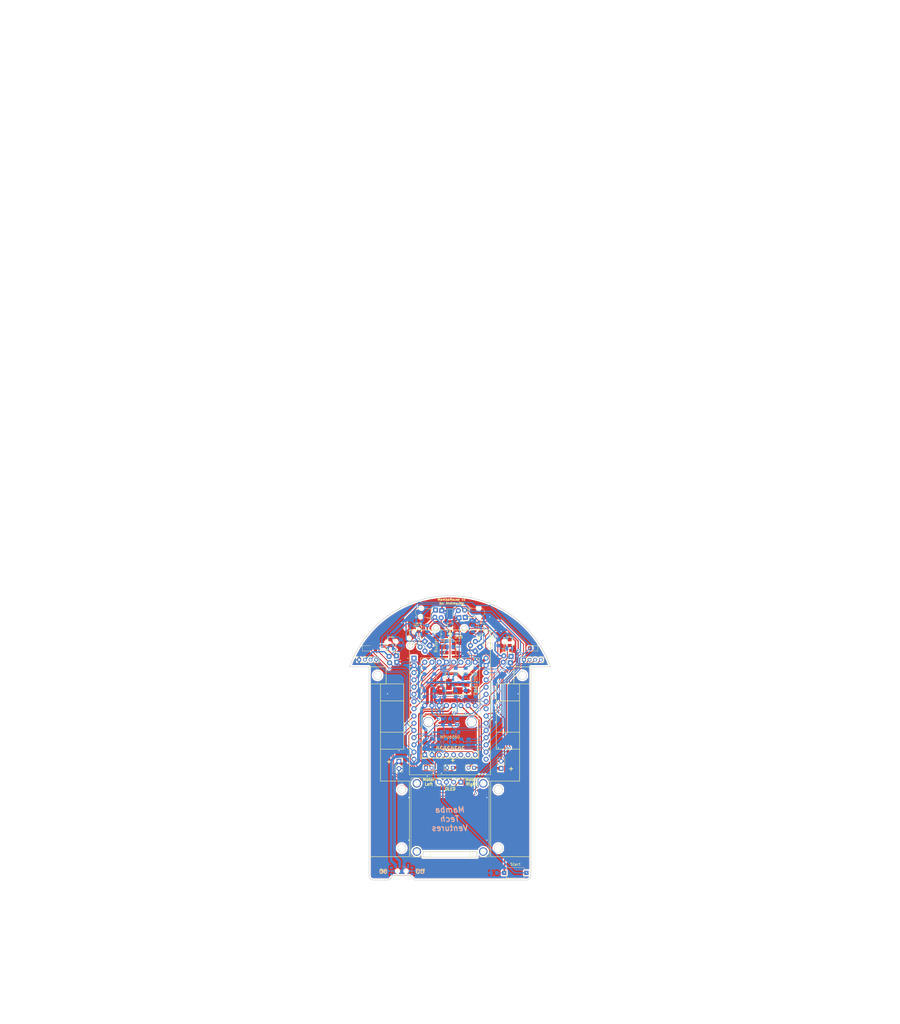
<source format=kicad_pcb>
(kicad_pcb (version 20211014) (generator pcbnew)
  (layers (0 "F.Cu" signal) (31 "B.Cu" signal) (34 "B.Paste" user) (35 "F.Paste" user) (36 "B.SilkS" user "B.Silkscreen") (37 "F.SilkS" user "F.Silkscreen") (38 "B.Mask" user) (39 "F.Mask" user) (44 "Edge.Cuts" user))
  (net 0 "")
  (net 1 "GND")
  (net 2 "VCC")
  (net 3 "+3V3")
  (net 4 "Net-(BZ1-Pad1)")
  (net 5 "Net-(Q1-Pad2)")
  (net 6 "Net-(Q2-Pad2)")
  (net 7 "Net-(Q3-Pad2)")
  (net 8 "Net-(Q4-Pad2)")
  (net 9 "Net-(Q5-Pad2)")
  (net 10 "Net-(Q6-Pad2)")
  (net 11 "+BATT")
  (net 12 "Net-(D1-Pad2)")
  (net 13 "Net-(D2-Pad2)")
  (net 14 "Net-(D3-Pad2)")
  (net 15 "Net-(D4-Pad2)")
  (net 16 "Net-(D5-Pad2)")
  (net 17 "Net-(D6-Pad2)")
  (net 18 "Net-(D7-Pad2)")
  (net 19 "Net-(D8-Pad2)")
  (net 20 "25")
  (net 21 "26")
  (net 22 "27")
  (net 23 "14")
  (net 24 "1")
  (net 25 "3")
  (net 26 "36")
  (net 27 "39")
  (net 28 "34")
  (net 29 "35")
  (net 30 "32")
  (net 31 "Net-(R11-Pad2)")
  (net 32 "33")
  (net 33 "Net-(R13-Pad2)")
  (net 34 "13")
  (net 35 "12")
  (net 36 "Net-(J2-Pad2)")
  (net 37 "Net-(J2-Pad1)")
  (net 38 "22_SCL1")
  (net 39 "21_SDA1")
  (net 40 "Net-(J4-Pad1)")
  (net 41 "Net-(J4-Pad2)")
  (net 42 "19_SCL2")
  (net 43 "18_SDA2")
  (net 44 "15")
  (net 45 "2")
  (net 46 "4")
  (net 47 "16")
  (net 48 "17")
  (net 49 "5")
  (net 50 "23")
  (net 51 "Net-(Q1-Pad1)")
  (net 52 "Net-(Q2-Pad1)")
  (net 53 "Net-(Q3-Pad1)")
  (net 54 "Net-(Q4-Pad1)")
  (net 55 "Net-(Q5-Pad1)")
  (net 56 "Net-(Q6-Pad1)")
  (net 57 "Net-(R26-Pad2)")
  (net 58 "Net-(R27-Pad2)")
  (net 59 "Net-(R28-Pad2)")
  (net 60 "Net-(R29-Pad2)")
  (net 61 "Net-(R30-Pad2)")
  (footprint "parts:3mm_IR" (layer "F.Cu") (at 105 48 95)
    (fp_text reference "S6")
    (fp_text value "3mm_IR")
  )
  (footprint "Connector_PinSocket_2.54mm:PinSocket_1x02_P2.54mm_Vertical" (layer "F.Cu") (at 120 101 180)
    (fp_text reference "J1")
    (fp_text value "Conn_01x02_Female")
  )
  (footprint "parts:4.2mm_5.5mm buzzer" (layer "F.Cu") (at 102 59.5 -90)
    (fp_text reference "BZ1")
    (fp_text value "Buzzer")
  )
  (footprint "parts:3mm_IR" (layer "F.Cu") (at 122 65 175)
    (fp_text reference "S4")
    (fp_text value "3mm_IR")
  )
  (footprint "parts:3mm_IR" (layer "F.Cu") (at 94 60 -130)
    (fp_text reference "S2")
    (fp_text value "3mm_IR")
  )
  (footprint "parts:3mm_IR" (layer "F.Cu") (at 99 48 -95)
    (fp_text reference "S5")
    (fp_text value "3mm_IR")
  )
  (footprint "LED_SMD:LED_0805_2012Metric_Pad1.15x1.40mm_HandSolder" (layer "F.Cu") (at 73 60)
    (fp_text reference "D1")
    (fp_text value "LED")
  )
  (footprint "LED_SMD:LED_0805_2012Metric_Pad1.15x1.40mm_HandSolder" (layer "F.Cu") (at 102 48 -90)
    (fp_text reference "D2")
    (fp_text value "LED")
  )
  (footprint "LED_SMD:LED_0805_2012Metric_Pad1.15x1.40mm_HandSolder" (layer "F.Cu") (at 131 60 180)
    (fp_text reference "D3")
    (fp_text value "LED")
  )
  (footprint "parts:3mm_IR" (layer "F.Cu") (at 110 60 130)
    (fp_text reference "S3")
    (fp_text value "3mm_IR")
  )
  (footprint "Package_TO_SOT_SMD:SOT-223-3_TabPin2" (layer "F.Cu") (at 104.730668 72.729689 180)
    (fp_text reference "U1")
    (fp_text value "AMS1117-3.3")
  )
  (footprint "parts:TB6612FNG" (layer "F.Cu") (at 102 72.5 90)
    (fp_text reference "U12")
    (fp_text value "TB6612FNG")
  )
  (footprint "LED_SMD:LED_0805_2012Metric_Pad1.15x1.40mm_HandSolder" (layer "F.Cu") (at 81 58 -90)
    (fp_text reference "D4")
    (fp_text value "LED")
  )
  (footprint "LED_SMD:LED_0805_2012Metric_Pad1.15x1.40mm_HandSolder" (layer "F.Cu") (at 91 52.975 -90)
    (fp_text reference "D5")
    (fp_text value "LED")
  )
  (footprint "LED_SMD:LED_0805_2012Metric_Pad1.15x1.40mm_HandSolder" (layer "F.Cu") (at 102 52.975 -90)
    (fp_text reference "D6")
    (fp_text value "LED")
  )
  (footprint "LED_SMD:LED_0805_2012Metric_Pad1.15x1.40mm_HandSolder" (layer "F.Cu") (at 113 53 -90)
    (fp_text reference "D7")
    (fp_text value "LED")
  )
  (footprint "LED_SMD:LED_0805_2012Metric_Pad1.15x1.40mm_HandSolder" (layer "F.Cu") (at 123 58 -90)
    (fp_text reference "D8")
    (fp_text value "LED")
  )
  (footprint "Connector_PinSocket_2.00mm:PinSocket_1x02_P2.00mm_Vertical" (layer "F.Cu") (at 94.5 102 90)
    (fp_text reference "J2")
    (fp_text value "Conn_01x02_Female")
  )
  (footprint "Connector_PinSocket_2.00mm:PinSocket_1x02_P2.00mm_Vertical" (layer "F.Cu") (at 109.5 102 -90)
    (fp_text reference "J4")
    (fp_text value "Conn_01x02_Female")
  )
  (footprint "parts:3mm_IR" (layer "F.Cu") (at 82 65 -175)
    (fp_text reference "S1")
    (fp_text value "3mm_IR")
  )
  (footprint "parts:MPU6050 module" (layer "F.Cu") (at 102 91 90)
    (fp_text reference "U13")
    (fp_text value "MPU-6050")
  )
  (footprint "parts:MODULE_ESP32_DEVKIT_V1" (layer "F.Cu") (at 102 79)
    (fp_text reference "U11")
    (fp_text value "ESP32-WROOM")
  )
  (footprint "Capacitor_SMD:C_0603_1608Metric" (layer "F.Cu") (at 99.480668 72.729689 -90)
    (fp_text reference "C2")
    (fp_text value "100nF")
  )
  (footprint "Capacitor_SMD:C_0603_1608Metric" (layer "F.Cu") (at 98 72.729689 -90)
    (fp_text reference "C1")
    (fp_text value "100nF")
  )
  (footprint "Connector_PinSocket_2.00mm:PinSocket_1x04_P2.00mm_Vertical" (layer "F.Cu") (at 73 64 90)
    (fp_text reference "J5")
    (fp_text value "AS5600 Left")
  )
  (footprint "Connector_PinSocket_2.00mm:PinSocket_1x04_P2.00mm_Vertical" (layer "F.Cu") (at 131 64 90)
    (fp_text reference "J6")
    (fp_text value "AS5600 Right")
  )
  (footprint "parts:OLED 128x32" (layer "F.Cu") (at 102 119.5)
    (fp_text reference "J3")
    (fp_text value "OLED")
  )
  (footprint "Connector_PinSocket_2.54mm:PinSocket_1x02_P2.54mm_Vertical" (layer "F.Cu") (at 84 101)
    (fp_text reference "J7")
    (fp_text value "Conn_01x02_Female")
  )
  (footprint "Connector_PinSocket_2.00mm:PinSocket_1x02_P2.00mm_Vertical" (layer "F.Cu") (at 102 102 -90)
    (fp_text reference "J8")
    (fp_text value "Conn_01x02_Female")
  )
  (footprint "Button_Switch_SMD:SW_SPST_CK_RS282G05A3" (layer "F.Cu") (at 125 139 180)
    (fp_text reference "SW3")
    (fp_text value "Start")
  )
  (footprint "Button_Switch_SMD:SW_SPDT_PCM12" (layer "B.Cu") (at 85 138 180)
    (fp_text reference "SW1")
    (fp_text value "SW_DPDT_x2")
  )
  (footprint "OptoDevice:OnSemi_CASE100CY" (layer "B.Cu") (at 81 58)
    (fp_text reference "S7")
    (fp_text value "QRE1113")
  )
  (footprint "OptoDevice:OnSemi_CASE100CY" (layer "B.Cu") (at 91 53)
    (fp_text reference "S8")
    (fp_text value "QRE1113")
  )
  (footprint "OptoDevice:OnSemi_CASE100CY" (layer "B.Cu") (at 113 53)
    (fp_text reference "S10")
    (fp_text value "QRE1113")
  )
  (footprint "Resistor_SMD:R_0805_2012Metric_Pad1.15x1.40mm_HandSolder" (layer "B.Cu") (at 99.5 85.839304 90)
    (fp_text reference "R15")
    (fp_text value "100")
  )
  (footprint "Resistor_SMD:R_0805_2012Metric_Pad1.15x1.40mm_HandSolder" (layer "B.Cu") (at 101.999998 85.839304 90)
    (fp_text reference "R16")
    (fp_text value "100")
  )
  (footprint "Resistor_SMD:R_0805_2012Metric_Pad1.15x1.40mm_HandSolder" (layer "B.Cu") (at 104.5 85.839304 90)
    (fp_text reference "R17")
    (fp_text value "100")
  )
  (footprint "Resistor_SMD:R_0805_2012Metric_Pad1.15x1.40mm_HandSolder" (layer "B.Cu") (at 117.475 139)
    (fp_text reference "R18")
    (fp_text value "10K")
  )
  (footprint "Resistor_SMD:R_0805_2012Metric_Pad1.15x1.40mm_HandSolder" (layer "B.Cu") (at 102.025 59.5 180)
    (fp_text reference "R19")
    (fp_text value "100")
  )
  (footprint "Package_TO_SOT_SMD:SOT-23" (layer "B.Cu") (at 93 72)
    (fp_text reference "Q1")
    (fp_text value "Q_NPN_BEC")
  )
  (footprint "Package_TO_SOT_SMD:SOT-23" (layer "B.Cu") (at 96.5 72)
    (fp_text reference "Q2")
    (fp_text value "Q_NPN_BEC")
  )
  (footprint "Package_TO_SOT_SMD:SOT-23" (layer "B.Cu") (at 107.5 72)
    (fp_text reference "Q3")
    (fp_text value "Q_NPN_BEC")
  )
  (footprint "Package_TO_SOT_SMD:SOT-23" (layer "B.Cu") (at 111 72)
    (fp_text reference "Q4")
    (fp_text value "Q_NPN_BEC")
  )
  (footprint "Package_TO_SOT_SMD:SOT-23" (layer "B.Cu") (at 100 72)
    (fp_text reference "Q5")
    (fp_text value "Q_NPN_BEC")
  )
  (footprint "Package_TO_SOT_SMD:SOT-23" (layer "B.Cu") (at 104 72)
    (fp_text reference "Q6")
    (fp_text value "Q_NPN_BEC")
  )
  (footprint "Resistor_SMD:R_0805_2012Metric_Pad1.15x1.40mm_HandSolder" (layer "B.Cu") (at 104 76 -90)
    (fp_text reference "R20")
    (fp_text value "1k")
  )
  (footprint "Resistor_SMD:R_0805_2012Metric_Pad1.15x1.40mm_HandSolder" (layer "B.Cu") (at 93 76.025 -90)
    (fp_text reference "R21")
    (fp_text value "1k")
  )
  (footprint "Resistor_SMD:R_0805_2012Metric_Pad1.15x1.40mm_HandSolder" (layer "B.Cu") (at 96.5 76.025 -90)
    (fp_text reference "R22")
    (fp_text value "1k")
  )
  (footprint "Resistor_SMD:R_0805_2012Metric_Pad1.15x1.40mm_HandSolder" (layer "B.Cu") (at 107.5 75.887325 -90)
    (fp_text reference "R23")
    (fp_text value "1k")
  )
  (footprint "Resistor_SMD:R_0805_2012Metric_Pad1.15x1.40mm_HandSolder" (layer "B.Cu") (at 111 76.025 -90)
    (fp_text reference "R24")
    (fp_text value "1k")
  )
  (footprint "Resistor_SMD:R_0805_2012Metric_Pad1.15x1.40mm_HandSolder" (layer "B.Cu") (at 100 76 -90)
    (fp_text reference "R25")
    (fp_text value "1k")
  )
  (footprint "Button_Switch_SMD:SW_SPST_CK_RS282G05A3" (layer "B.Cu") (at 125 139 180)
    (fp_text reference "SW2")
    (fp_text value "Start")
  )
  (footprint "Resistor_SMD:R_0805_2012Metric_Pad1.15x1.40mm_HandSolder" (layer "B.Cu") (at 93 68 90)
    (fp_text reference "R1")
    (fp_text value "100")
  )
  (footprint "Resistor_SMD:R_0805_2012Metric_Pad1.15x1.40mm_HandSolder" (layer "B.Cu") (at 96 92.975 -90)
    (fp_text reference "R2")
    (fp_text value "10K")
  )
  (footprint "Resistor_SMD:R_0805_2012Metric_Pad1.15x1.40mm_HandSolder" (layer "B.Cu") (at 96.5 68 90)
    (fp_text reference "R3")
    (fp_text value "100")
  )
  (footprint "Resistor_SMD:R_0805_2012Metric_Pad1.15x1.40mm_HandSolder" (layer "B.Cu") (at 98 92.975 -90)
    (fp_text reference "R4")
    (fp_text value "10K")
  )
  (footprint "Resistor_SMD:R_0805_2012Metric_Pad1.15x1.40mm_HandSolder" (layer "B.Cu") (at 107.5 68 90)
    (fp_text reference "R5")
    (fp_text value "100")
  )
  (footprint "Resistor_SMD:R_0805_2012Metric_Pad1.15x1.40mm_HandSolder" (layer "B.Cu") (at 106 92.975 -90)
    (fp_text reference "R6")
    (fp_text value "10K")
  )
  (footprint "Resistor_SMD:R_0805_2012Metric_Pad1.15x1.40mm_HandSolder" (layer "B.Cu") (at 111 68 90)
    (fp_text reference "R7")
    (fp_text value "100")
  )
  (footprint "Resistor_SMD:R_0805_2012Metric_Pad1.15x1.40mm_HandSolder" (layer "B.Cu") (at 108.5 92.975 -90)
    (fp_text reference "R8")
    (fp_text value "10K")
  )
  (footprint "Resistor_SMD:R_0805_2012Metric_Pad1.15x1.40mm_HandSolder" (layer "B.Cu") (at 100 68 90)
    (fp_text reference "R9")
    (fp_text value "100")
  )
  (footprint "Resistor_SMD:R_0805_2012Metric_Pad1.15x1.40mm_HandSolder" (layer "B.Cu") (at 100.5 92.975 -90)
    (fp_text reference "R10")
    (fp_text value "10K")
  )
  (footprint "Resistor_SMD:R_0805_2012Metric_Pad1.15x1.40mm_HandSolder" (layer "B.Cu") (at 104 68 90)
    (fp_text reference "R11")
    (fp_text value "100")
  )
  (footprint "Resistor_SMD:R_0805_2012Metric_Pad1.15x1.40mm_HandSolder" (layer "B.Cu") (at 103.5 92.975 -90)
    (fp_text reference "R12")
    (fp_text value "10K")
  )
  (footprint "Resistor_SMD:R_0805_2012Metric_Pad1.15x1.40mm_HandSolder" (layer "B.Cu") (at 100 89.5)
    (fp_text reference "R13")
    (fp_text value "10K")
  )
  (footprint "Resistor_SMD:R_0805_2012Metric_Pad1.15x1.40mm_HandSolder" (layer "B.Cu") (at 104 89.5)
    (fp_text reference "R14")
    (fp_text value "10K")
  )
  (footprint "OptoDevice:OnSemi_CASE100CY" (layer "B.Cu") (at 123 58)
    (fp_text reference "S11")
    (fp_text value "QRE1113")
  )
  (footprint "Resistor_SMD:R_0805_2012Metric_Pad1.15x1.40mm_HandSolder" (layer "B.Cu") (at 101.980001 57.449746)
    (fp_text reference "R26")
    (fp_text value "100")
  )
  (footprint "Resistor_SMD:R_0805_2012Metric_Pad1.15x1.40mm_HandSolder" (layer "B.Cu") (at 84.7 58 -90)
    (fp_text reference "R27")
    (fp_text value "100")
  )
  (footprint "Resistor_SMD:R_0805_2012Metric_Pad1.15x1.40mm_HandSolder" (layer "B.Cu") (at 94 53 -90)
    (fp_text reference "R28")
    (fp_text value "100")
  )
  (footprint "Resistor_SMD:R_0805_2012Metric_Pad1.15x1.40mm_HandSolder" (layer "B.Cu") (at 110 53.025 -90)
    (fp_text reference "R29")
    (fp_text value "100")
  )
  (footprint "Resistor_SMD:R_0805_2012Metric_Pad1.15x1.40mm_HandSolder" (layer "B.Cu") (at 119 58 -90)
    (fp_text reference "R30")
    (fp_text value "100")
  )
  (footprint "OptoDevice:OnSemi_CASE100CY" (layer "B.Cu") (at 102 53)
    (fp_text reference "S9")
    (fp_text value "QRE1113")
  )
  (gr_line (start 116.3 106.7) (end 126.5 106.7) (layer "F.SilkS") (width 0.2))
  (gr_line (start 116.3 106.7) (end 116.3 133.3) (layer "F.SilkS") (width 0.2))
  (gr_line (start 130.5 133.3) (end 116.3 133.3) (layer "F.SilkS") (width 0.2))
  (gr_line (start 79.5 66.5) (end 73.5 66.5) (layer "F.SilkS") (width 0.2))
  (gr_line (start 79.5 72.5) (end 79.5 66.5) (layer "F.SilkS") (width 0.2))
  (gr_line (start 79.5 72.5) (end 73.5 72.5) (layer "F.SilkS") (width 0.2))
  (gr_line (start 77.5 72.5) (end 77.5 106.7) (layer "F.SilkS") (width 0.2))
  (gr_line (start 87.7 106.7) (end 77.5 106.7) (layer "F.SilkS") (width 0.2))
  (gr_line (start 87.7 133.3) (end 73.5 133.3) (layer "F.SilkS") (width 0.2))
  (gr_line (start 87.7 106.7) (end 87.7 133.3) (layer "F.SilkS") (width 0.2))
  (gr_line (start 118.3 95.5) (end 118.3 72.5) (layer "F.SilkS") (width 0.2))
  (gr_line (start 126.5 95.5) (end 118.3 95.5) (layer "F.SilkS") (width 0.2))
  (gr_line (start 85.7 72.5) (end 77.5 72.5) (layer "F.SilkS") (width 0.2))
  (gr_line (start 85.7 95.5) (end 85.7 72.5) (layer "F.SilkS") (width 0.2))
  (gr_line (start 77.5 95.5) (end 85.7 95.5) (layer "F.SilkS") (width 0.2))
  (gr_line (start 118.3 89.5) (end 126.5 89.5) (layer "F.SilkS") (width 0.2))
  (gr_line (start 85.7 78.5) (end 77.5 78.5) (layer "F.SilkS") (width 0.2))
  (gr_line (start 77.5 89.5) (end 85.7 89.5) (layer "F.SilkS") (width 0.2))
  (gr_line (start 126.5 72.5) (end 126.5 106.7) (layer "F.SilkS") (width 0.2))
  (gr_line (start 124.5 66.5) (end 124.5 72.5) (layer "F.SilkS") (width 0.2))
  (gr_line (start 126.5 78.5) (end 118.3 78.5) (layer "F.SilkS") (width 0.2))
  (gr_line (start 124.5 72.5) (end 130.5 72.5) (layer "F.SilkS") (width 0.2))
  (gr_line (start 130.5 66.5) (end 124.5 66.5) (layer "F.SilkS") (width 0.2))
  (gr_line (start 126.5 72.5) (end 118.3 72.5) (layer "F.SilkS") (width 0.2))
  (gr_line (start 130.5 66.5) (end 130.5 140) (layer "Edge.Cuts") (width 0.2))
  (gr_line (start 130.5 66.5) (end 137.355 66.5) (layer "Edge.Cuts") (width 0.2))
  (gr_line (start 66.645 66.5) (end 73.5 66.5) (layer "Edge.Cuts") (width 0.2))
  (gr_line (start 73.5 66.5) (end 73.5 140) (layer "Edge.Cuts") (width 0.2))
  (gr_circle (center 119 109.7) (end 120.5 109.7) (layer "Edge.Cuts") (width 0.2) (fill none))
  (gr_circle (center 119 130.3) (end 120.5 130.3) (layer "Edge.Cuts") (width 0.2) (fill none))
  (gr_circle (center 85 109.7) (end 86.5 109.7) (layer "Edge.Cuts") (width 0.2) (fill none))
  (gr_circle (center 127.5 69.5) (end 129 69.5) (layer "Edge.Cuts") (width 0.2) (fill none))
  (gr_circle (center 76.5 69.5) (end 78 69.5) (layer "Edge.Cuts") (width 0.2) (fill none))
  (gr_line (start 111.5 133.5) (end 111.5 131.5) (layer "Edge.Cuts") (width 0.2))
  (gr_circle (center 116 59) (end 117 59) (layer "Edge.Cuts") (width 0.2) (fill none))
  (gr_circle (center 107 53) (end 108 53) (layer "Edge.Cuts") (width 0.2) (fill none))
  (gr_circle (center 97 53) (end 98 53) (layer "Edge.Cuts") (width 0.2) (fill none))
  (gr_line (start 92.5 131.5) (end 111.5 131.5) (layer "Edge.Cuts") (width 0.2))
  (gr_line (start 75 141.5) (end 80.5 141.5) (layer "Edge.Cuts") (width 0.2))
  (gr_arc (start 75 141.5) (mid 73.93934 141.06066) (end 73.5 140) (layer "Edge.Cuts") (width 0.2))
  (gr_circle (center 88 59) (end 89 59) (layer "Edge.Cuts") (width 0.2) (fill none))
  (gr_circle (center 85 130.3) (end 86.5 130.3) (layer "Edge.Cuts") (width 0.2) (fill none))
  (gr_line (start 92.5 133.5) (end 111.5 133.5) (layer "Edge.Cuts") (width 0.2))
  (gr_line (start 92.5 131.5) (end 92.5 133.5) (layer "Edge.Cuts") (width 0.2))
  (gr_arc (start 130.5 140) (mid 130.06066 141.06066) (end 129 141.5) (layer "Edge.Cuts") (width 0.2))
  (gr_line (start 88 140) (end 89.5 141.5) (layer "Edge.Cuts") (width 0.2))
  (gr_line (start 129 141.5) (end 89.5 141.5) (layer "Edge.Cuts") (width 0.2))
  (gr_line (start 80.5 141.5) (end 82 140) (layer "Edge.Cuts") (width 0.2))
  (gr_line (start 82 140) (end 88 140) (layer "Edge.Cuts") (width 0.2))
  (gr_arc (start 66.645154 66.499563) (mid 102.000232 41.500319) (end 137.355 66.5) (layer "Edge.Cuts") (width 0.2))
  (gr_text "Mamba\nTech\nVentures" (at 102 120) (layer "B.SilkS") (effects (font (size 2 2) (thickness 0.4) italic) (justify mirror)))
  (gr_text "On" (at 78.5 138.5) (layer "B.SilkS") (effects (font (size 1.5 1.5) (thickness 0.3)) (justify mirror)))
  (gr_text "Off" (at 91.5 138.5) (layer "B.SilkS") (effects (font (size 1.5 1.5) (thickness 0.3)) (justify mirror)))
  (gr_text "+" (at 123.5 102.5 180) (layer "F.SilkS") (effects (font (size 1.5 1.5) (thickness 0.3))))
  (gr_text "+" (at 80.5 100 180) (layer "F.SilkS") (effects (font (size 1.5 1.5) (thickness 0.3))))
  (gr_text "+" (at 103 99.5 180) (layer "F.SilkS") (effects (font (size 1.5 1.5) (thickness 0.3))))
  (gr_text "Motor\nRight" (at 109.5 107) (layer "F.SilkS") (effects (font (size 1 1) (thickness 0.25))))
  (gr_text "Off" (at 91.5 138.5) (layer "F.SilkS") (effects (font (size 1.5 1.5) (thickness 0.3))))
  (gr_text "OLED" (at 102 109.5) (layer "F.SilkS") (effects (font (size 1 1) (thickness 0.25) italic)))
  (gr_text "Motor\nLeft" (at 94.5 107) (layer "F.SilkS") (effects (font (size 1 1) (thickness 0.25))))
  (gr_text "On" (at 78.5 138.5) (layer "F.SilkS") (effects (font (size 1.5 1.5) (thickness 0.3))))
  (gr_text "MambaMouse v1\nby: AndrewJNg" (at 102.5 43.5) (layer "F.SilkS") (effects (font (size 0.8 0.8) (thickness 0.2) italic)))
  (gr_text "JLCJLCJLCJLC" (at 102 95) (layer "F.SilkS") (effects (font (size 1 1) (thickness 0.25))))
  (segment (start 96.010742 105) (end 94.565685 105) (width 0.5) (layer "F.Cu") (net 1))
  (segment (start 106.5 62.5) (end 105 62.5) (width 0.5) (layer "F.Cu") (net 1))
  (segment (start 107.529999 63.529999) (end 106.899999 62.899999) (width 0.5) (layer "F.Cu") (net 1))
  (segment (start 109.539999 78.769999) (end 99.540001 78.769999) (width 0.5) (layer "F.Cu") (net 1))
  (segment (start 83.267968 64.863972) (end 84.428996 66.025) (width 0.5) (layer "F.Cu") (net 1))
  (segment (start 84.523977 63.649797) (end 84.211268 63.962506) (width 0.5) (layer "F.Cu") (net 1))
  (segment (start 110.89 69.835) (end 110.89 80.12) (width 0.5) (layer "F.Cu") (net 1))
  (segment (start 83.475 54.5) (end 81 56.975) (width 0.5) (layer "F.Cu") (net 1))
  (segment (start 104 61.5) (end 103.125 61.5) (width 0.5) (layer "F.Cu") (net 1))
  (segment (start 113.485001 62.284999) (end 111.789999 63.980001) (width 0.2) (layer "F.Cu") (net 1))
  (segment (start 81 56.975) (end 80.376628 56.351628) (width 0.5) (layer "F.Cu") (net 1))
  (segment (start 111.789999 63.980001) (end 110.89 64.88) (width 0.2) (layer "F.Cu") (net 1))
  (segment (start 109.539999 63.529999) (end 107.529999 63.529999) (width 0.5) (layer "F.Cu") (net 1))
  (segment (start 132.025 60) (end 131.401628 60.623372) (width 0.3) (layer "F.Cu") (net 1))
  (segment (start 105 62.5) (end 104 61.5) (width 0.5) (layer "F.Cu") (net 1))
  (segment (start 98 73.517189) (end 97.538388 73.978801) (width 0.2) (layer "F.Cu") (net 1))
  (segment (start 81.623372 57.598372) (end 81.623372 57.883406) (width 0.5) (layer "F.Cu") (net 1))
  (segment (start 86.258002 54.5) (end 83.475 54.5) (width 0.5) (layer "F.Cu") (net 1))
  (segment (start 96.5 75.017189) (end 96.5 78.43) (width 0.5) (layer "F.Cu") (net 1))
  (segment (start 111.458268 51.975) (end 109.741634 50.258366) (width 0.3) (layer "F.Cu") (net 1))
  (segment (start 101.752674 46.727674) (end 102 46.975) (width 0.2) (layer "F.Cu") (net 1))
  (segment (start 81.623372 57.883406) (end 84.523977 60.784011) (width 0.5) (layer "F.Cu") (net 1))
  (segment (start 91 51.95) (end 88.808002 51.95) (width 0.5) (layer "F.Cu") (net 1))
  (segment (start 84.169434 63.962506) (end 83.267968 64.863972) (width 0.5) (layer "F.Cu") (net 1))
  (segment (start 101.376628 47.598372) (end 102 46.975) (width 0.3) (layer "F.Cu") (net 1))
  (segment (start 99.086219 46.727674) (end 101.752674 46.727674) (width 0.2) (layer "F.Cu") (net 1))
  (segment (start 113 51.975) (end 111.475 51.975) (width 0.3) (layer "F.Cu") (net 1))
  (segment (start 70 61.975) (end 71.975 60) (width 0.5) (layer "F.Cu") (net 1))
  (segment (start 115.276001 62.284999) (end 113.485001 62.284999) (width 0.2) (layer "F.Cu") (net 1))
  (segment (start 131.376628 60.623372) (end 128 64) (width 0.3) (layer "F.Cu") (net 1))
  (segment (start 95.509939 56.459939) (end 91 51.95) (width 0.5) (layer "F.Cu") (net 1))
  (segment (start 104 60.375) (end 104 61.5) (width 0.5) (layer "F.Cu") (net 1))
  (segment (start 114.7 66.025) (end 115.900001 64.824999) (width 0.2) (layer "F.Cu") (net 1))
  (segment (start 99.333545 46.975) (end 99.086219 46.727674) (width 0.3) (layer "F.Cu") (net 1))
  (segment (start 107.880668 75.029689) (end 107.880668 77.110668) (width 0.5) (layer "F.Cu") (net 1))
  (segment (start 110.89 80.12) (end 109.539999 78.769999) (width 0.5) (layer "F.Cu") (net 1))
  (segment (start 123.975479 56.351628) (end 125.076172 57.452321) (width 0.5) (layer "F.Cu") (net 1))
  (segment (start 125.076172 61.5) (end 125.076172 64.28581) (width 0.5) (layer "F.Cu") (net 1))
  (segment (start 106.899999 62.899999) (end 106.5 62.5) (width 0.5) (layer "F.Cu") (net 1))
  (segment (start 102 51.95) (end 102 51.275) (width 0.3) (layer "F.Cu") (net 1))
  (segment (start 131.401628 60.623372) (end 131.376628 60.623372) (width 0.3) (layer "F.Cu") (net 1))
  (segment (start 100.94999 48.02501) (end 101.376628 47.598372) (width 0.3) (layer "F.Cu") (net 1))
  (segment (start 94.565685 105) (end 94 105) (width 0.5) (layer "F.Cu") (net 1))
  (segment (start 98 73.517189) (end 96.5 75.017189) (width 0.5) (layer "F.Cu") (net 1))
  (segment (start 80.376628 56.351628) (end 75.623372 56.351628) (width 0.5) (layer "F.Cu") (net 1))
  (segment (start 99.540001 78.769999) (end 99.089999 79.220001) (width 0.5) (layer "F.Cu") (net 1))
  (segment (start 102 51.95) (end 102 52) (width 0.3) (layer "F.Cu") (net 1))
  (segment (start 115.900001 62.908999) (end 115.276001 62.284999) (width 0.2) (layer "F.Cu") (net 1))
  (segment (start 110.89 64.88) (end 109.539999 63.529999) (width 0.5) (layer "F.Cu") (net 1))
  (segment (start 102 46.975) (end 99.333545 46.975) (width 0.3) (layer "F.Cu") (net 1))
  (segment (start 123 56.975) (end 122.325 56.3) (width 0.5) (layer "F.Cu") (net 1))
  (segment (start 107.880668 75.029689) (end 107.630668 75.029689) (width 0.5) (layer "F.Cu") (net 1))
  (segment (start 96.5 78.43) (end 98.19 80.12) (width 0.5) (layer "F.Cu") (net 1))
  (segment (start 99 104) (end 97.010742 104) (width 0.5) (layer "F.Cu") (net 1))
  (segment (start 91 50) (end 90 49) (width 0.5) (layer "F.Cu") (net 1))
  (segment (start 99.089999 79.220001) (end 98.19 80.12) (width 0.5) (layer "F.Cu") (net 1))
  (segment (start 111.475 51.975) (end 111.458268 51.975) (width 0.3) (layer "F.Cu") (net 1))
  (segment (start 84.523977 60.784011) (end 84.523977 63.649797) (width 0.5) (layer "F.Cu") (net 1))
  (segment (start 70 64) (end 70 61.975) (width 0.5) (layer "F.Cu") (net 1))
  (segment (start 95.509939 58.297687) (end 95.509939 56.459939) (width 0.5) (layer "F.Cu") (net 1))
  (segment (start 125.076172 64.28581) (end 124.275763 65.086219) (width 0.5) (layer "F.Cu") (net 1))
  (segment (start 88.808002 51.95) (end 86.258002 54.5) (width 0.5) (layer "F.Cu") (net 1))
  (segment (start 122.325 56.3) (end 121 56.3) (width 0.5) (layer "F.Cu") (net 1))
  (segment (start 105.136028 49.267968) (end 103.649999 50.753997) (width 0.5) (layer "F.Cu") (net 1))
  (segment (start 100.94999 50.22499) (end 100.94999 48.02501) (width 0.3) (layer "F.Cu") (net 1))
  (segment (start 97.010742 104) (end 96.010742 105) (width 0.5) (layer "F.Cu") (net 1))
  (segment (start 125.076172 57.452321) (end 125.076172 61.5) (width 0.5) (layer "F.Cu") (net 1))
  (segment (start 114.7 66.025) (end 110.89 69.835) (width 0.5) (layer "F.Cu") (net 1))
  (segment (start 121 56.3) (end 121 55) (width 0.5) (layer "F.Cu") (net 1))
  (segment (start 103.649999 60.024999) (end 104 60.375) (width 0.5) (layer "F.Cu") (net 1))
  (segment (start 81 56.975) (end 81.623372 57.598372) (width 0.5) (layer "F.Cu") (net 1))
  (segment (start 102 51.275) (end 100.94999 50.22499) (width 0.3) (layer "F.Cu") (net 1))
  (segment (start 123.623372 56.351628) (end 123.975479 56.351628) (width 0.5) (layer "F.Cu") (net 1))
  (segment (start 107.880668 77.110668) (end 110.89 80.12) (width 0.5) (layer "F.Cu") (net 1))
  (segment (start 121 55) (end 120 54) (width 0.5) (layer "F.Cu") (net 1))
  (segment (start 91 51.95) (end 91 50) (width 0.5) (layer "F.Cu") (net 1))
  (segment (start 84.428996 66.025) (end 89.3 66.025) (width 0.5) (layer "F.Cu") (net 1))
  (segment (start 115.900001 64.824999) (end 115.900001 62.908999) (width 0.2) (layer "F.Cu") (net 1))
  (segment (start 103.196003 50.753997) (end 103.649999 50.753997) (width 0.4) (layer "F.Cu") (net 1))
  (segment (start 124.275763 65.086219) (end 123.272326 65.086219) (width 0.5) (layer "F.Cu") (net 1))
  (segment (start 94.800402 59.007224) (end 95.509939 58.297687) (width 0.5) (layer "F.Cu") (net 1))
  (segment (start 102 51.95) (end 103.196003 50.753997) (width 0.4) (layer "F.Cu") (net 1))
  (segment (start 103.649999 50.753997) (end 103.649999 60.024999) (width 0.5) (layer "F.Cu") (net 1))
  (segment (start 84.211268 63.962506) (end 84.169434 63.962506) (width 0.5) (layer "F.Cu") (net 1))
  (segment (start 123 56.975) (end 123.623372 56.351628) (width 0.5) (layer "F.Cu") (net 1))
  (segment (start 99.480668 73.517189) (end 98 73.517189) (width 0.5) (layer "F.Cu") (net 1))
  (segment (start 75.623372 56.351628) (end 71.975 60) (width 0.5) (layer "F.Cu") (net 1))
  (via (at 94 105) (size 0.8) (drill 0.4) (layers "F.Cu" "B.Cu") (net 1))
  (via (at 106.5 62.5) (size 0.8) (drill 0.4) (layers "F.Cu" "B.Cu") (net 1))
  (via (at 120 54) (size 0.8) (drill 0.4) (layers "F.Cu" "B.Cu") (net 1))
  (via (at 80 76) (size 0.8) (drill 0.4) (layers "F.Cu" "B.Cu") (net 1))
  (via (at 115 112.5) (size 0.8) (drill 0.4) (layers "F.Cu" "B.Cu") (net 1))
  (via (at 93 109) (size 0.8) (drill 0.4) (layers "F.Cu" "B.Cu") (net 1))
  (via (at 116 49) (size 0.8) (drill 0.4) (layers "F.Cu" "B.Cu") (net 1))
  (via (at 109.741634 50.258366) (size 0.8) (drill 0.4) (layers "F.Cu" "B.Cu") (net 1))
  (via (at 119 95) (size 0.8) (drill 0.4) (layers "F.Cu" "B.Cu") (net 1))
  (via (at 90 49) (size 0.8) (drill 0.4) (layers "F.Cu" "B.Cu") (net 1))
  (via (at 87.5 112.5) (size 0.8) (drill 0.4) (layers "F.Cu" "B.Cu") (net 1))
  (via (at 85 51) (size 0.8) (drill 0.4) (layers "F.Cu" "B.Cu") (net 1))
  (via (at 118 86) (size 0.8) (drill 0.4) (layers "F.Cu" "B.Cu") (net 1))
  (via (at 93.75 94.25) (size 0.8) (drill 0.4) (layers "F.Cu" "B.Cu") (net 1))
  (via (at 126 76) (size 0.8) (drill 0.4) (layers "F.Cu" "B.Cu") (net 1))
  (via (at 121 56.3) (size 0.8) (drill 0.4) (layers "F.Cu" "B.Cu") (net 1))
  (via (at 87.5 127.5) (size 0.8) (drill 0.4) (layers "F.Cu" "B.Cu") (net 1))
  (via (at 99 55) (size 0.8) (drill 0.4) (layers "F.Cu" "B.Cu") (net 1))
  (via (at 99 104) (size 0.8) (drill 0.4) (layers "F.Cu" "B.Cu") (net 1))
  (via (at 111 94) (size 0.8) (drill 0.4) (layers "F.Cu" "B.Cu") (net 1))
  (via (at 84 96) (size 0.8) (drill 0.4) (layers "F.Cu" "B.Cu") (net 1))
  (via (at 115 127.5) (size 0.8) (drill 0.4) (layers "F.Cu" "B.Cu") (net 1))
  (segment (start 95 93) (end 96 94) (width 0.2) (layer "B.Cu") (net 1))
  (segment (start 110.528068 60.649999) (end 108.350001 60.649999) (width 0.5) (layer "B.Cu") (net 1))
  (segment (start 99.876628 92.879462) (end 99.00001 92.002844) (width 0.2) (layer "B.Cu") (net 1))
  (segment (start 101.1 48.741455) (end 99.086219 46.727674) (width 0.3) (layer "B.Cu") (net 1))
  (segment (start 116.45 138.2) (end 116.45 139) (width 0.5) (layer "B.Cu") (net 1))
  (segment (start 101 106) (end 101 106.799) (width 0.5) (layer "B.Cu") (net 1))
  (segment (start 94 108) (end 93 109) (width 0.5) (layer "B.Cu") (net 1))
  (segment (start 98.677824 91.07499) (end 95.322176 91.07499) (width 0.2) (layer "B.Cu") (net 1))
  (segment (start 100.5 94) (end 99.876628 93.376628) (width 0.2) (layer "B.Cu") (net 1))
  (segment (start 95.6416 97.4666) (end 95.6416 94.3584) (width 0.5) (layer "B.Cu") (net 1))
  (segment (start 89.5 112.5) (end 87.5 112.5) (width 0.5) (layer "B.Cu") (net 1))
  (segment (start 110.838705 60.960636) (end 110.528068 60.649999) (width 0.5) (layer "B.Cu") (net 1))
  (segment (start 99.876628 93.376628) (end 99.876628 92.879462) (width 0.2) (layer "B.Cu") (net 1))
  (segment (start 94 105) (end 94 108) (width 0.5) (layer "B.Cu") (net 1))
  (segment (start 99.00001 92.002844) (end 99.00001 91.397176) (width 0.2) (layer "B.Cu") (net 1))
  (segment (start 99.00001 91.397176) (end 98.677824 91.07499) (width 0.2) (layer "B.Cu") (net 1))
  (segment (start 95.322176 91.07499) (end 95 91.397166) (width 0.2) (layer "B.Cu") (net 1))
  (segment (start 101 106) (end 99 104) (width 0.5) (layer "B.Cu") (net 1))
  (segment (start 101 106.799) (end 100.73 107.069) (width 0.5) (layer "B.Cu") (net 1))
  (segment (start 109.917583 51) (end 111.55001 51) (width 0.3) (layer "B.Cu") (net 1))
  (segment (start 90 49) (end 90 50.9) (width 0.5) (layer "B.Cu") (net 1))
  (segment (start 101 102) (end 101 106) (width 0.5) (layer "B.Cu") (net 1))
  (segment (start 109.741634 50.824051) (end 109.917583 51) (width 0.3) (layer "B.Cu") (net 1))
  (segment (start 108.350001 60.649999) (end 106.5 62.5) (width 0.5) (layer "B.Cu") (net 1))
  (segment (start 95.6416 94.3584) (end 96 94) (width 0.5) (layer "B.Cu") (net 1))
  (segment (start 121 56.3) (end 121.8 56.3) (width 0.5) (layer "B.Cu") (net 1))
  (segment (start 121.8 56.3) (end 122.1 56) (width 0.5) (layer "B.Cu") (net 1))
  (segment (start 109.741634 50.258366) (end 109.741634 50.824051) (width 0.3) (layer "B.Cu") (net 1))
  (segment (start 96 97.1082) (end 95.6416 97.4666) (width 0.3) (layer "B.Cu") (net 1))
  (segment (start 100.5 94) (end 108.5 94) (width 0.5) (layer "B.Cu") (net 1))
  (segment (start 96 94) (end 98 94) (width 0.5) (layer "B.Cu") (net 1))
  (segment (start 100.175 102) (end 101 102) (width 0.5) (layer "B.Cu") (net 1))
  (segment (start 90 50.9) (end 90.1 51) (width 0.5) (layer "B.Cu") (net 1))
  (segment (start 80.1 56) (end 83 53.1) (width 0.3) (layer "B.Cu") (net 1))
  (segment (start 93 109) (end 89.5 112.5) (width 0.5) (layer "B.Cu") (net 1))
  (segment (start 95.6416 97.4666) (end 100.175 102) (width 0.5) (layer "B.Cu") (net 1))
  (segment (start 112.1 51) (end 111.55001 51) (width 0.3) (layer "B.Cu") (net 1))
  (segment (start 101.1 51) (end 101.1 48.741455) (width 0.3) (layer "B.Cu") (net 1))
  (segment (start 95 91.397166) (end 95 93) (width 0.2) (layer "B.Cu") (net 1))
  (segment (start 93.5 88.75) (end 93.5 91) (width 1) (layer "F.Cu") (net 2))
  (segment (start 107.880668 70.429689) (end 107.880668 70.304332) (width 1) (layer "F.Cu") (net 2))
  (segment (start 93.5 91) (end 94 91.5) (width 1) (layer "F.Cu") (net 2))
  (segment (start 95.75 89.75) (end 94 91.5) (width 0.5) (layer "F.Cu") (net 2))
  (segment (start 99.145794 68.899999) (end 104.350978 68.899999) (width 1) (layer "F.Cu") (net 2))
  (segment (start 105.880668 70.429689) (end 107.880668 70.429689) (width 1) (layer "F.Cu") (net 2))
  (segment (start 93.11 80.12) (end 94.009999 79.220001) (width 1) (layer "F.Cu") (net 2))
  (segment (start 107.880668 70.304332) (end 114.7 63.485) (width 1) (layer "F.Cu") (net 2))
  (segment (start 94.009999 74.035794) (end 99.145794 68.899999) (width 1) (layer "F.Cu") (net 2))
  (segment (start 94.009999 79.220001) (end 94.009999 74.035794) (width 1) (layer "F.Cu") (net 2))
  (segment (start 104.350978 68.899999) (end 105.880668 70.429689) (width 1) (layer "F.Cu") (net 2))
  (via (at 94 91.5) (size 0.8) (drill 0.4) (layers "F.Cu" "B.Cu") (net 2))
  (via (at 95.75 89.75) (size 0.8) (drill 0.4) (layers "F.Cu" "B.Cu") (net 2))
  (via (at 93.5 88.75) (size 0.8) (drill 0.4) (layers "F.Cu" "B.Cu") (net 2))
  (segment (start 82.75 136.17) (end 82.75 136.57) (width 1) (layer "B.Cu") (net 2))
  (segment (start 81.249989 134.669989) (end 82.75 136.17) (width 1) (layer "B.Cu") (net 2))
  (segment (start 81.249989 99.540009) (end 81.249989 134.669989) (width 1) (layer "B.Cu") (net 2))
  (segment (start 86 98.113002) (end 82.676996 98.113002) (width 1) (layer "B.Cu") (net 2))
  (segment (start 93.11 80.12) (end 91.929999 81.300001) (width 1) (layer "B.Cu") (net 2))
  (segment (start 90.900001 99.813001) (end 90.068001 100.645001) (width 1) (layer "B.Cu") (net 2))
  (segment (start 88.531999 100.645001) (end 86 98.113002) (width 1) (layer "B.Cu") (net 2))
  (segment (start 96 89.5) (end 95.75 89.75) (width 0.5) (layer "B.Cu") (net 2))
  (segment (start 91.929999 87.179999) (end 93.5 88.75) (width 1) (layer "B.Cu") (net 2))
  (segment (start 90.900001 94.599999) (end 90.900001 99.813001) (width 1) (layer "B.Cu") (net 2))
  (segment (start 82.676996 98.113002) (end 81.249989 99.540009) (width 1) (layer "B.Cu") (net 2))
  (segment (start 90.068001 100.645001) (end 88.531999 100.645001) (width 1) (layer "B.Cu") (net 2))
  (segment (start 91.929999 81.300001) (end 91.929999 87.179999) (width 1) (layer "B.Cu") (net 2))
  (segment (start 94 91.5) (end 90.900001 94.599999) (width 1) (layer "B.Cu") (net 2))
  (segment (start 98.975 89.5) (end 96 89.5) (width 0.5) (layer "B.Cu") (net 2))
  (segment (start 124.91422 67.50002) (end 127.041382 65.372858) (width 0.3) (layer "F.Cu") (net 3))
  (segment (start 123.767762 67.50002) (end 124.91422 67.50002) (width 0.3) (layer "F.Cu") (net 3))
  (segment (start 101.580668 72.729689) (end 100.793168 71.942189) (width 1) (layer "F.Cu") (net 3))
  (segment (start 93.1016 96.1166) (end 96.7182 92.5) (width 0.5) (layer "F.Cu") (net 3))
  (segment (start 96.648311 49.064087) (end 96.648311 49.326689) (width 0.5) (layer "F.Cu") (net 3))
  (segment (start 95.434315 55) (end 94 53.565685) (width 0.5) (layer "F.Cu") (net 3))
  (segment (start 98 71.942189) (end 99.480668 71.942189) (width 0.5) (layer "F.Cu") (net 3))
  (segment (start 122.633891 68.633891) (end 123.767762 67.50002) (width 0.3) (layer "F.Cu") (net 3))
  (segment (start 97.800674 71.942189) (end 95.54999 74.192873) (width 1) (layer "F.Cu") (net 3))
  (segment (start 96 55) (end 95.434315 55) (width 0.5) (layer "F.Cu") (net 3))
  (segment (start 98 85) (end 96.580001 86.419999) (width 0.5) (layer "F.Cu") (net 3))
  (segment (start 95.54999 74.192873) (end 95.54999 80.01999) (width 1) (layer "F.Cu") (net 3))
  (segment (start 95.65 74.292189) (end 95.65 80.12) (width 0.5) (layer "F.Cu") (net 3))
  (segment (start 94 52.65) (end 94 51.975) (width 0.5) (layer "F.Cu") (net 3))
  (segment (start 93.1016 96.1166) (end 93.1016 97.4666) (width 0.5) (layer "F.Cu") (net 3))
  (segment (start 99.480668 71.942189) (end 100.793168 71.942189) (width 0.5) (layer "F.Cu") (net 3))
  (segment (start 119.491992 64.092232) (end 119.491992 65.991992) (width 0.3) (layer "F.Cu") (net 3))
  (segment (start 107.880668 72.729689) (end 101.580668 72.729689) (width 1) (layer "F.Cu") (net 3))
  (segment (start 96.580001 92.638199) (end 93.1016 96.1166) (width 0.5) (layer "F.Cu") (net 3))
  (segment (start 94 53.565685) (end 94 52.65) (width 0.5) (layer "F.Cu") (net 3))
  (segment (start 95.54999 80.01999) (end 95.65 80.12) (width 1) (layer "F.Cu") (net 3))
  (segment (start 96.580001 89.321999) (end 96.600001 89.341999) (width 0.5) (layer "F.Cu") (net 3))
  (segment (start 119.491992 65.991992) (end 120.969669 67.469669) (width 0.3) (layer "F.Cu") (net 3))
  (segment (start 99.480668 71.942189) (end 97.800674 71.942189) (width 1) (layer "F.Cu") (net 3))
  (segment (start 96.648311 49.326689) (end 94 51.975) (width 0.5) (layer "F.Cu") (net 3))
  (segment (start 120.935913 62.648311) (end 119.491992 64.092232) (width 0.3) (layer "F.Cu") (net 3))
  (segment (start 101.5 70) (end 101.5 72.649021) (width 0.5) (layer "F.Cu") (net 3))
  (segment (start 127.041382 65.372858) (end 128.627142 65.372858) (width 0.3) (layer "F.Cu") (net 3))
  (segment (start 96.600001 89.341999) (end 96.600001 92.618199) (width 0.5) (layer "F.Cu") (net 3))
  (segment (start 96.580001 86.419999) (end 96.580001 89.321999) (width 0.5) (layer "F.Cu") (net 3))
  (segment (start 128.627142 65.372858) (end 130 64) (width 0.3) (layer "F.Cu") (net 3))
  (segment (start 96.600001 92.618199) (end 93.1016 96.1166) (width 0.5) (layer "F.Cu") (net 3))
  (segment (start 100.793168 71.942189) (end 98 71.942189) (width 1) (layer "F.Cu") (net 3))
  (segment (start 101.5 72.649021) (end 101.580668 72.729689) (width 0.5) (layer "F.Cu") (net 3))
  (segment (start 98 71.942189) (end 95.65 74.292189) (width 0.5) (layer "F.Cu") (net 3))
  (via (at 122.633891 68.633891) (size 0.8) (drill 0.4) (layers "F.Cu" "B.Cu") (net 3))
  (via (at 94 51.975) (size 0.8) (drill 0.4) (layers "F.Cu" "B.Cu") (net 3))
  (via (at 120.969669 67.469669) (size 0.8) (drill 0.4) (layers "F.Cu" "B.Cu") (net 3))
  (via (at 96 55) (size 0.8) (drill 0.4) (layers "F.Cu" "B.Cu") (net 3))
  (via (at 128.9 139) (size 0.8) (drill 0.4) (layers "F.Cu" "B.Cu") (net 3))
  (via (at 101.5 70) (size 0.8) (drill 0.4) (layers "F.Cu" "B.Cu") (net 3))
  (via (at 98 85) (size 0.8) (drill 0.4) (layers "F.Cu" "B.Cu") (net 3))
  (via (at 101.580668 72.729689) (size 0.8) (drill 0.4) (layers "F.Cu" "B.Cu") (net 3))
  (segment (start 98.84999 67.589956) (end 98.84999 66.360044) (width 0.5) (layer "B.Cu") (net 3))
  (segment (start 95.65 82.65) (end 95.65 80.12) (width 0.5) (layer "B.Cu") (net 3))
  (segment (start 101.580668 72.580668) (end 101 72) (width 0.5) (layer "B.Cu") (net 3))
  (segment (start 105 45.083822) (end 99.921929 45.083822) (width 0.5) (layer "B.Cu") (net 3))
  (segment (start 99.830001 65.779999) (end 100.73 64.88) (width 0.5) (layer "B.Cu") (net 3))
  (segment (start 85.75001 59.598536) (end 85.75001 58.02501) (width 0.3) (layer "B.Cu") (net 3))
  (segment (start 113.9 51) (end 114.5 51) (width 0.5) (layer "B.Cu") (net 3))
  (segment (start 119.663121 62.648311) (end 120.935913 62.648311) (width 0.5) (layer "B.Cu") (net 3))
  (segment (start 78.873828 61.198931) (end 79.643713 61.968816) (width 0.5) (layer "B.Cu") (net 3))
  (segment (start 113.9 51) (end 113.9 49.05) (width 0.4) (layer "B.Cu") (net 3))
  (segment (start 91.463274 59.522776) (end 90.563275 58.622777) (width 0.5) (layer "B.Cu") (net 3))
  (segment (start 96.625001 100.990001) (end 93.1016 97.4666) (width 0.5) (layer "B.Cu") (net 3))
  (segment (start 121.25501 54.71999) (end 122.61999 54.71999) (width 0.5) (layer "B.Cu") (net 3))
  (segment (start 114.814252 51.46571) (end 119 55.651458) (width 0.5) (layer "B.Cu") (net 3))
  (segment (start 119 56.975) (end 117.84999 58.12501) (width 0.5) (layer "B.Cu") (net 3))
  (segment (start 92.36571 50.53429) (end 91.9 51) (width 0.5) (layer "B.Cu") (net 3))
  (segment (start 99.260034 68) (end 98.84999 67.589956) (width 0.5) (layer "B.Cu") (net 3))
  (segment (start 121.469669 67.469669) (end 122.633891 68.633891) (width 0.3) (layer "B.Cu") (net 3))
  (segment (start 107.131185 46.543712) (end 105.671295 45.083822) (width 0.5) (layer "B.Cu") (net 3))
  (segment (start 114.395 51) (end 113.9 51) (width 0.5) (layer "B.Cu") (net 3))
  (segment (start 104.570464 45.083822) (end 105 45.083822) (width 0.5) (layer "B.Cu") (net 3))
  (segment (start 109.772676 47.912411) (end 112.809145 47.912411) (width 0.5) (layer "B.Cu") (net 3))
  (segment (start 99.921929 45.083822) (end 99.871929 45.083822) (width 0.4) (layer "B.Cu") (net 3))
  (segment (start 112.222348 52.623372) (end 110.623372 52.623372) (width 0.5) (layer "B.Cu") (net 3))
  (segment (start 98.19 107.069) (end 96.625001 105.504001) (width 0.5) (layer "B.Cu") (net 3))
  (segment (start 91.43429 51.46571) (end 91.9 51) (width 0.5) (layer "B.Cu") (net 3))
  (segment (start 80.543712 62.868815) (end 82.232517 61.18001) (width 0.3) (layer "B.Cu") (net 3))
  (segment (start 113.9 51) (end 112.94501 51.95499) (width 0.5) (layer "B.Cu") (net 3))
  (segment (start 92.646856 48.304293) (end 92.646856 50.253144) (width 0.5) (layer "B.Cu") (net 3))
  (segment (start 99.864234 52.28001) (end 97.54831 49.964086) (width 0.5) (layer "B.Cu") (net 3))
  (segment (start 82.232517 61.18001) (end 84.168536 61.18001) (width 0.3) (layer "B.Cu") (net 3))
  (segment (start 88.92573 52.28001) (end 90.61999 52.28001) (width 0.5) (layer "B.Cu") (net 3))
  (segment (start 85.75001 58.02501) (end 85.323372 57.598372) (width 0.3) (layer "B.Cu") (net 3))
  (segment (start 100.955001 57.449746) (end 98.449746 57.449746) (width 0.5) (layer "B.Cu") (net 3))
  (segment (start 80.543712 62.868815) (end 79.35499 61.680093) (width 0.3) (layer "B.Cu") (net 3))
  (segment (start 98.84999 66.360044) (end 99.430035 65.779999) (width 0.5) (layer "B.Cu") (net 3))
  (segment (start 101.61999 52.28001) (end 99.864234 52.28001) (width 0.5) (layer "B.Cu") (net 3))
  (segment (start 96.625001 105.504001) (end 96.625001 100.990001) (width 0.5) (layer "B.Cu") (net 3))
  (segment (start 112.89073 51.95499) (end 112.222348 52.623372) (width 0.5) (layer "B.Cu") (net 3))
  (segment (start 102.9 51) (end 101.61999 52.28001) (width 0.5) (layer "B.Cu") (net 3))
  (segment (start 82 56) (end 81.9 56) (width 0.5) (layer "B.Cu") (net 3))
  (segment (start 110.710002 72) (end 112 72) (width 0.5) (layer "B.Cu") (net 3))
  (segment (start 99.490001 108.369001) (end 99.490001 113.736902) (width 0.5) (layer "B.Cu") (net 3))
  (segment (start 100.73 64.88) (end 99.149999 63.299999) (width 0.5) (layer "B.Cu") (net 3))
  (segment (start 113.9 51) (end 114.36571 51.46571) (width 0.5) (layer "B.Cu") (net 3))
  (segment (start 112.94501 51.95499) (end 112.89073 51.95499) (width 0.5) (layer "B.Cu") (net 3))
  (segment (start 117.84999 60.83518) (end 119.663121 62.648311) (width 0.5) (layer "B.Cu") (net 3))
  (segment (start 84.7 56.975) (end 83.725 56) (width 0.5) (layer "B.Cu") (net 3))
  (segment (start 95.867327 45.083822) (end 92.646856 48.304293) (width 0.5) (layer "B.Cu") (net 3))
  (segment (start 108.403977 46.543712) (end 109.772676 47.912411) (width 0.5) (layer "B.Cu") (net 3))
  (segment (start 119 55.651458) (end 119 56.3) (width 0.5) (layer "B.Cu") (net 3))
  (segment (start 83.725 56) (end 82 56) (width 0.5) (layer "B.Cu") (net 3))
  (segment (start 112.94501 56.822936) (end 112.183264 57.584682) (width 0.5) (layer "B.Cu") (net 3))
  (segment (start 99.149999 59.179999) (end 99.224748 59.179999) (width 0.5) (layer "B.Cu") (net 3))
  (segment (start 99.149999 63.299999) (end 99.149999 59.179999) (width 0.5) (layer "B.Cu") (net 3))
  (segment (start 79.643713 61.968816) (end 80.543712 62.868815) (width 0.5) (layer "B.Cu") (net 3))
  (segment (start 105.671295 45.083822) (end 105 45.083822) (width 0.5) (layer "B.Cu") (net 3))
  (segment (start 101 68) (end 99.260034 68) (width 0.5) (layer "B.Cu") (net 3))
  (segment (start 94 72) (end 110.710002 72) (width 0.5) (layer "B.Cu") (net 3))
  (segment (start 99.224748 59.179999) (end 100.955001 57.449746) (width 0.5) (layer "B.Cu") (net 3))
  (segment (start 112.809145 47.912411) (end 113.9 49.003266) (width 0.5) (layer "B.Cu") (net 3))
  (segment (start 101.5 70) (end 101.5 68.5) (width 0.5) (layer "B.Cu") (net 3))
  (segment (start 98.19 107.069) (end 99.490001 108.369001) (width 0.5) (layer "B.Cu") (net 3))
  (segment (start 86.54572 51.35428) (end 81.9 56) (width 0.5) (layer "B.Cu") (net 3))
  (segment (start 120.969669 67.469669) (end 121.469669 67.469669) (width 0.3) (layer "B.Cu") (net 3))
  (segment (start 88 51.35428) (end 86.54572 51.35428) (width 0.5) (layer "B.Cu") (net 3))
  (segment (start 127.65 139) (end 128.9 139) (width 0.5) (layer "B.Cu") (net 3))
  (segment (start 114.36571 51.46571) (end 114.814252 51.46571) (width 0.5) (layer "B.Cu") (net 3))
  (segment (start 94 51.975) (end 92.875 51.975) (width 0.3) (layer "B.Cu") (net 3))
  (segment (start 99.490001 113.736902) (end 124.753099 139) (width 0.5) (layer "B.Cu") (net 3))
  (segment (start 113.9 49.003266) (end 113.9 50.07) (width 0.5) (layer "B.Cu") (net 3))
  (segment (start 78.873828 61.198931) (end 74.801069 61.198931) (width 0.5) (layer "B.Cu") (net 3))
  (segment (start 119 56.975) (end 121.25501 54.71999) (width 0.5) (layer "B.Cu") (net 3))
  (segment (start 98 85) (end 95.65 82.65) (width 0.5) (layer "B.Cu") (net 3))
  (segment (start 112.94501 51.95499) (end 112.94501 56.822936) (width 0.5) (layer "B.Cu") (net 3))
  (segment (start 101.5 68.5) (end 101 68) (width 0.5) (layer "B.Cu") (net 3))
  (segment (start 113.9 50.07) (end 113.9 51) (width 0.5) (layer "B.Cu") (net 3))
  (segment (start 124.753099 139) (end 127.65 139) (width 0.5) (layer "B.Cu") (net 3))
  (segment (start 90.563275 57.349985) (end 88 54.78671) (width 0.5) (layer "B.Cu") (net 3))
  (segment (start 90.563275 58.622777) (end 90.563275 57.349985) (width 0.5) (layer "B.Cu") (net 3))
  (segment (start 85.323372 57.598372) (end 84.7 56.975) (width 0.3) (layer "B.Cu") (net 3))
  (segment (start 119 56.3) (end 119 56.975) (width 0.5) (layer "B.Cu") (net 3))
  (segment (start 92.646856 50.253144) (end 92.36571 50.53429) (width 0.5) (layer "B.Cu") (net 3))
  (segment (start 112.183264 57.584682) (end 110.910472 57.584682) (width 0.5) (layer "B.Cu") (net 3))
  (segment (start 110.623372 52.623372) (end 110 52) (width 0.5) (layer "B.Cu") (net 3))
  (segment (start 117.84999 58.12501) (end 117.84999 60.83518) (width 0.5) (layer "B.Cu") (net 3))
  (segment (start 84.168536 61.18001) (end 85.75001 59.598536) (width 0.3) (layer "B.Cu") (net 3))
  (segment (start 97.54831 49.964086) (end 96.648311 49.064087) (width 0.5) (layer "B.Cu") (net 3))
  (segment (start 107.131185 46.543712) (end 108.403977 46.543712) (width 0.5) (layer "B.Cu") (net 3))
  (segment (start 99.871929 45.083822) (end 95.867327 45.083822) (width 0.5) (layer "B.Cu") (net 3))
  (segment (start 92.875 51.975) (end 91.9 51) (width 0.3) (layer "B.Cu") (net 3))
  (segment (start 99.430035 65.779999) (end 99.830001 65.779999) (width 0.5) (layer "B.Cu") (net 3))
  (segment (start 101.580668 72.729689) (end 101.580668 72.580668) (width 0.5) (layer "B.Cu") (net 3))
  (segment (start 98.449746 57.449746) (end 96 55) (width 0.5) (layer "B.Cu") (net 3))
  (segment (start 123.43429 55.53429) (end 123.9 56) (width 0.5) (layer "B.Cu") (net 3))
  (segment (start 74.801069 61.198931) (end 72 64) (width 0.5) (layer "B.Cu") (net 3))
  (segment (start 88 51.35428) (end 88.92573 52.28001) (width 0.5) (layer "B.Cu") (net 3))
  (segment (start 90.61999 52.28001) (end 91.43429 51.46571) (width 0.5) (layer "B.Cu") (net 3))
  (segment (start 122.61999 54.71999) (end 123.43429 55.53429) (width 0.5) (layer "B.Cu") (net 3))
  (segment (start 88 54.78671) (end 88 51.35428) (width 0.5) (layer "B.Cu") (net 3))
  (via (at 100 61.5) (size 0.8) (drill 0.4) (layers "F.Cu" "B.Cu") (net 4))
  (segment (start 101 59.5) (end 101 60.5) (width 0.3) (layer "B.Cu") (net 4))
  (segment (start 101 60.5) (end 100 61.5) (width 0.3) (layer "B.Cu") (net 4))
  (segment (start 92 70.025) (end 93 69.025) (width 0.5) (layer "B.Cu") (net 5))
  (segment (start 92 71.05) (end 92 70.025) (width 0.5) (layer "B.Cu") (net 5))
  (segment (start 95.5 71.05) (end 95.5 70.025) (width 0.5) (layer "B.Cu") (net 6))
  (segment (start 95.5 70.025) (end 96.5 69.025) (width 0.5) (layer "B.Cu") (net 6))
  (segment (start 106.5 71.05) (end 106.5 70.025) (width 0.5) (layer "B.Cu") (net 7))
  (segment (start 106.5 70.025) (end 107.5 69.025) (width 0.5) (layer "B.Cu") (net 7))
  (segment (start 110 71.05) (end 110 70.025) (width 0.5) (layer "B.Cu") (net 8))
  (segment (start 110 70.025) (end 111 69.025) (width 0.5) (layer "B.Cu") (net 8))
  (segment (start 99 70.025) (end 100 69.025) (width 0.5) (layer "B.Cu") (net 9))
  (segment (start 99 71.05) (end 99 70.025) (width 0.5) (layer "B.Cu") (net 9))
  (segment (start 103 70.025) (end 104 69.025) (width 0.5) (layer "B.Cu") (net 10))
  (segment (start 103 71.05) (end 103 70.025) (width 0.5) (layer "B.Cu") (net 10))
  (segment (start 115.464999 104.935001) (end 108.925 104.935001) (width 1) (layer "F.Cu") (net 11))
  (segment (start 104.175 102) (end 105.300001 103.125001) (width 0.5) (layer "F.Cu") (net 11))
  (segment (start 108.925 104.935001) (end 107.360001 106.5) (width 1) (layer "F.Cu") (net 11))
  (segment (start 118.15 102.25) (end 120 102.25) (width 1) (layer "F.Cu") (net 11))
  (segment (start 107.110001 104.935001) (end 107.110001 108.279001) (width 0.5) (layer "F.Cu") (net 11))
  (segment (start 87.113132 101.05713) (end 95.406012 109.35001) (width 1) (layer "F.Cu") (net 11))
  (segment (start 103 102) (end 104.175 102) (width 0.5) (layer "F.Cu") (net 11))
  (segment (start 107.360001 108.479001) (end 107.360001 106.5) (width 1) (layer "F.Cu") (net 11))
  (segment (start 115.464999 104.935001) (end 118.15 102.25) (width 1) (layer "F.Cu") (net 11))
  (segment (start 85.30713 101.05713) (end 87.113132 101.05713) (width 1) (layer "F.Cu") (net 11))
  (segment (start 95.406012 109.35001) (end 106.488992 109.35001) (width 1) (layer "F.Cu") (net 11))
  (segment (start 104.175 102) (end 107.110001 104.935001) (width 0.5) (layer "F.Cu") (net 11))
  (segment (start 107.360001 104.685001) (end 104.675 102) (width 1) (layer "F.Cu") (net 11))
  (segment (start 104.675 102) (end 103 102) (width 1) (layer "F.Cu") (net 11))
  (segment (start 107.360001 106.5) (end 107.360001 104.685001) (width 1) (layer "F.Cu") (net 11))
  (segment (start 84 99.75) (end 85.30713 101.05713) (width 1) (layer "F.Cu") (net 11))
  (segment (start 105.939001 109.450001) (end 95.894339 109.450001) (width 0.5) (layer "F.Cu") (net 11))
  (segment (start 106.488992 109.35001) (end 107.360001 108.479001) (width 1) (layer "F.Cu") (net 11))
  (segment (start 107.110001 108.279001) (end 105.939001 109.450001) (width 0.5) (layer "F.Cu") (net 11))
  (segment (start 84.25 134.82) (end 82.449999 133.019999) (width 1) (layer "B.Cu") (net 11))
  (segment (start 84.25 136.57) (end 84.25 134.82) (width 1) (layer "B.Cu") (net 11))
  (segment (start 82.449999 101.300001) (end 84 99.75) (width 1) (layer "B.Cu") (net 11))
  (segment (start 82.449999 133.019999) (end 82.449999 101.300001) (width 1) (layer "B.Cu") (net 11))
  (segment (start 74.025 60.525) (end 74.025 60) (width 0.3) (layer "F.Cu") (net 12))
  (segment (start 80.5 67) (end 74.025 60.525) (width 0.3) (layer "F.Cu") (net 12))
  (segment (start 74.025 59.475) (end 74.025 60) (width 0.2) (layer "F.Cu") (net 12))
  (via (at 80.5 67) (size 0.8) (drill 0.4) (layers "F.Cu" "B.Cu") (net 12))
  (segment (start 99.5 84.814304) (end 96.900001 82.214305) (width 0.3) (layer "B.Cu") (net 12))
  (segment (start 86 67) (end 80.5 67) (width 0.3) (layer "B.Cu") (net 12))
  (segment (start 91.295001 78.869999) (end 89.860003 77.435001) (width 0.3) (layer "B.Cu") (net 12))
  (segment (start 89.860003 77.435001) (end 88.435001 77.435001) (width 0.3) (layer "B.Cu") (net 12))
  (segment (start 88.435001 77.435001) (end 88 77) (width 0.3) (layer "B.Cu") (net 12))
  (segment (start 96.900001 79.519999) (end 96.250001 78.869999) (width 0.3) (layer "B.Cu") (net 12))
  (segment (start 96.250001 78.869999) (end 91.295001 78.869999) (width 0.3) (layer "B.Cu") (net 12))
  (segment (start 96.900001 82.214305) (end 96.900001 79.519999) (width 0.3) (layer "B.Cu") (net 12))
  (segment (start 88 69) (end 86 67) (width 0.3) (layer "B.Cu") (net 12))
  (segment (start 88 77) (end 88 69) (width 0.3) (layer "B.Cu") (net 12))
  (segment (start 112.472525 74.022473) (end 114.139997 72.355001) (width 0.3) (layer "F.Cu") (net 13))
  (segment (start 115.489642 52.841096) (end 113.648556 51.00001) (width 0.3) (layer "F.Cu") (net 13))
  (segment (start 108.381186 47.7536) (end 108.381186 45.943711) (width 0.3) (layer "F.Cu") (net 13))
  (segment (start 113.648556 51.00001) (end 111.627596 51.00001) (width 0.3) (layer "F.Cu") (net 13))
  (segment (start 114.522273 59.612094) (end 114.522273 55.590093) (width 0.3) (layer "F.Cu") (net 13))
  (segment (start 116.75002 70.904982) (end 116.75002 61.839841) (width 0.3) (layer "F.Cu") (net 13))
  (segment (start 115.489642 54.622724) (end 115.489642 52.841096) (width 0.3) (layer "F.Cu") (net 13))
  (segment (start 116.75002 61.839841) (end 114.522273 59.612094) (width 0.3) (layer "F.Cu") (net 13))
  (segment (start 111.627596 51.00001) (end 108.381186 47.7536) (width 0.3) (layer "F.Cu") (net 13))
  (segment (start 107.731186 45.293711) (end 104.508575 45.293711) (width 0.3) (layer "F.Cu") (net 13))
  (segment (start 103.05001 46.752276) (end 103.05001 47.97499) (width 0.3) (layer "F.Cu") (net 13))
  (segment (start 114.139997 72.355001) (end 115.300001 72.355001) (width 0.3) (layer "F.Cu") (net 13))
  (segment (start 103.05001 47.97499) (end 102.623372 48.401628) (width 0.3) (layer "F.Cu") (net 13))
  (segment (start 115.300001 72.355001) (end 116.75002 70.904982) (width 0.3) (layer "F.Cu") (net 13))
  (segment (start 107.493959 83.006041) (end 104.006041 83.006041) (width 0.3) (layer "F.Cu") (net 13))
  (segment (start 114.522273 55.590093) (end 115.489642 54.622724) (width 0.3) (layer "F.Cu") (net 13))
  (segment (start 104.508575 45.293711) (end 103.05001 46.752276) (width 0.3) (layer "F.Cu") (net 13))
  (segment (start 104.006041 83.006041) (end 103.5 82.5) (width 0.3) (layer "F.Cu") (net 13))
  (segment (start 102.623372 48.401628) (end 102 49.025) (width 0.3) (layer "F.Cu") (net 13))
  (segment (start 108.381186 45.943711) (end 107.731186 45.293711) (width 0.3) (layer "F.Cu") (net 13))
  (segment (start 112.472525 80.027475) (end 112.472525 74.022473) (width 0.3) (layer "F.Cu") (net 13))
  (via (at 107.493959 83.006041) (size 0.8) (drill 0.4) (layers "F.Cu" "B.Cu") (net 13))
  (via (at 112.472525 80.027475) (size 0.8) (drill 0.4) (layers "F.Cu" "B.Cu") (net 13))
  (via (at 103.5 82.5) (size 0.8) (drill 0.4) (layers "F.Cu" "B.Cu") (net 13))
  (segment (start 107.493959 83.006041) (end 109.853961 83.006041) (width 0.3) (layer "B.Cu") (net 13))
  (segment (start 109.853961 83.006041) (end 112.472525 80.387477) (width 0.3) (layer "B.Cu") (net 13))
  (segment (start 112.472525 80.387477) (end 112.472525 80.027475) (width 0.3) (layer "B.Cu") (net 13))
  (segment (start 101.999998 84.000002) (end 103.5 82.5) (width 0.3) (layer "B.Cu") (net 13))
  (segment (start 101.999998 84.814304) (end 101.999998 84.000002) (width 0.3) (layer "B.Cu") (net 13))
  (segment (start 120.250001 71.860001) (end 120.250001 69.249999) (width 0.3) (layer "F.Cu") (net 14))
  (segment (start 123 66.5) (end 124.146687 66.5) (width 0.3) (layer "F.Cu") (net 14))
  (segment (start 115.950001 76.799999) (end 119.110002 73.639998) (width 0.3) (layer "F.Cu") (net 14))
  (segment (start 120.250001 69.249999) (end 123 66.5) (width 0.3) (layer "F.Cu") (net 14))
  (segment (start 124.146687 66.5) (end 125.676182 64.970505) (width 0.3) (layer "F.Cu") (net 14))
  (segment (start 119.110002 73.639998) (end 119.110002 73) (width 0.3) (layer "F.Cu") (net 14))
  (segment (start 115.300001 79.975001) (end 115.950001 79.325001) (width 0.3) (layer "F.Cu") (net 14))
  (segment (start 125.676182 63.25519) (end 127.142851 61.788521) (width 0.3) (layer "F.Cu") (net 14))
  (segment (start 112.5 81.5) (end 114.024999 79.975001) (width 0.3) (layer "F.Cu") (net 14))
  (segment (start 115.950001 79.325001) (end 115.950001 76.799999) (width 0.3) (layer "F.Cu") (net 14))
  (segment (start 119.110002 73) (end 120.250001 71.860001) (width 0.3) (layer "F.Cu") (net 14))
  (segment (start 114.024999 79.975001) (end 115.300001 79.975001) (width 0.3) (layer "F.Cu") (net 14))
  (segment (start 125.676182 64.970505) (end 125.676182 63.25519) (width 0.3) (layer "F.Cu") (net 14))
  (via (at 127.142851 61.788521) (size 0.8) (drill 0.4) (layers "F.Cu" "B.Cu") (net 14))
  (via (at 112.5 81.5) (size 0.8) (drill 0.4) (layers "F.Cu" "B.Cu") (net 14))
  (via (at 129.975 60) (size 0.8) (drill 0.4) (layers "F.Cu" "B.Cu") (net 14))
  (segment (start 104.5 84.814304) (end 105.444305 83.869999) (width 0.2) (layer "B.Cu") (net 14))
  (segment (start 110.180001 83.819999) (end 112.5 81.5) (width 0.3) (layer "B.Cu") (net 14))
  (segment (start 127.142851 61.788521) (end 128.186479 61.788521) (width 0.3) (layer "B.Cu") (net 14))
  (segment (start 128.186479 61.788521) (end 129.975 60) (width 0.3) (layer "B.Cu") (net 14))
  (segment (start 104.5 84.814304) (end 105.494305 83.819999) (width 0.3) (layer "B.Cu") (net 14))
  (segment (start 105.494305 83.819999) (end 110.180001 83.819999) (width 0.3) (layer "B.Cu") (net 14))
  (segment (start 77 59.389998) (end 77 61.347712) (width 0.3) (layer "F.Cu") (net 15))
  (segment (start 78.559992 58.94999) (end 78.360001 58.749999) (width 0.3) (layer "F.Cu") (net 15))
  (segment (start 77.639999 58.749999) (end 77 59.389998) (width 0.3) (layer "F.Cu") (net 15))
  (segment (start 77 61.347712) (end 80.737635 65.085347) (width 0.3) (layer "F.Cu") (net 15))
  (segment (start 81 59.025) (end 80.2 59.025) (width 0.3) (layer "F.Cu") (net 15))
  (segment (start 80.12499 58.94999) (end 78.559992 58.94999) (width 0.3) (layer "F.Cu") (net 15))
  (segment (start 78.360001 58.749999) (end 77.639999 58.749999) (width 0.3) (layer "F.Cu") (net 15))
  (segment (start 80.2 59.025) (end 80.12499 58.94999) (width 0.3) (layer "F.Cu") (net 15))
  (segment (start 92.376628 66.351628) (end 93 66.975) (width 0.3) (layer "B.Cu") (net 15))
  (segment (start 90.799999 64.774999) (end 92.376628 66.351628) (width 0.3) (layer "B.Cu") (net 15))
  (segment (start 81.841285 66.188997) (end 84.231085 66.188997) (width 0.3) (layer "B.Cu") (net 15))
  (segment (start 80.737635 65.085347) (end 81.841285 66.188997) (width 0.3) (layer "B.Cu") (net 15))
  (segment (start 84.773987 65.646095) (end 84.773987 65.575383) (width 0.3) (layer "B.Cu") (net 15))
  (segment (start 81.791285 66.138997) (end 84.210373 66.138997) (width 0.2) (layer "B.Cu") (net 15))
  (segment (start 84.773987 65.575383) (end 85.574371 64.774999) (width 0.3) (layer "B.Cu") (net 15))
  (segment (start 84.210373 66.138997) (end 85.524371 64.824999) (width 0.2) (layer "B.Cu") (net 15))
  (segment (start 84.210373 66.138997) (end 84.773987 65.575383) (width 0.2) (layer "B.Cu") (net 15))
  (segment (start 85.524371 64.824999) (end 90.300003 64.824999) (width 0.2) (layer "B.Cu") (net 15))
  (segment (start 85.574371 64.774999) (end 90.799999 64.774999) (width 0.3) (layer "B.Cu") (net 15))
  (segment (start 80.737635 65.085347) (end 81.791285 66.138997) (width 0.2) (layer "B.Cu") (net 15))
  (segment (start 84.231085 66.188997) (end 84.773987 65.646095) (width 0.3) (layer "B.Cu") (net 15))
  (segment (start 91 56.177251) (end 90.905 56.272251) (width 0.3) (layer "F.Cu") (net 16))
  (segment (start 91 54) (end 91 56.177251) (width 0.3) (layer "F.Cu") (net 16))
  (segment (start 93.167723 60.952977) (end 92.663275 60.448529) (width 0.2) (layer "F.Cu") (net 16))
  (via (at 90.905 56.272251) (size 0.8) (drill 0.4) (layers "F.Cu" "B.Cu") (net 16))
  (segment (start 91.304999 56.67225) (end 91.304999 57.588499) (width 0.2) (layer "B.Cu") (net 16))
  (segment (start 93.167723 59.680185) (end 93.167723 60.952977) (width 0.2) (layer "B.Cu") (net 16))
  (segment (start 91.304999 57.588499) (end 93.167723 59.451223) (width 0.2) (layer "B.Cu") (net 16))
  (segment (start 93.167723 60.952977) (end 94.067722 61.852976) (width 0.3) (layer "B.Cu") (net 16))
  (segment (start 96.900001 64.279999) (end 96.900001 65.899999) (width 0.3) (layer "B.Cu") (net 16))
  (segment (start 90.905 56.272251) (end 91.304999 56.67225) (width 0.2) (layer "B.Cu") (net 16))
  (segment (start 96.5 66.3) (end 96.5 66.975) (width 0.3) (layer "B.Cu") (net 16))
  (segment (start 96.900001 65.899999) (end 96.5 66.3) (width 0.3) (layer "B.Cu") (net 16))
  (segment (start 93.167723 59.451223) (end 93.167723 59.680185) (width 0.2) (layer "B.Cu") (net 16))
  (segment (start 94.472978 61.852976) (end 96.900001 64.279999) (width 0.3) (layer "B.Cu") (net 16))
  (segment (start 94.067722 61.852976) (end 94.472978 61.852976) (width 0.3) (layer "B.Cu") (net 16))
  (segment (start 102.139563 54.139563) (end 102 54) (width 0.3) (layer "F.Cu") (net 17))
  (segment (start 102 54) (end 98.864843 50.864843) (width 0.3) (layer "F.Cu") (net 17))
  (segment (start 102 64) (end 102 54) (width 0.3) (layer "F.Cu") (net 17))
  (segment (start 98.864843 50.864843) (end 98.864843 49.258007) (width 0.3) (layer "F.Cu") (net 17))
  (via (at 102 64) (size 0.8) (drill 0.4) (layers "F.Cu" "B.Cu") (net 17))
  (segment (start 100 66.975) (end 100.844999 66.130001) (width 0.3) (layer "B.Cu") (net 17))
  (segment (start 102 64.565685) (end 102 64) (width 0.3) (layer "B.Cu") (net 17))
  (segment (start 102 65.460002) (end 102 64.565685) (width 0.3) (layer "B.Cu") (net 17))
  (segment (start 101.330001 66.130001) (end 102 65.460002) (width 0.3) (layer "B.Cu") (net 17))
  (segment (start 100.844999 66.130001) (end 101.330001 66.130001) (width 0.3) (layer "B.Cu") (net 17))
  (segment (start 98.864843 49.258007) (end 99.358007 49.258007) (width 0.3) (layer "B.Cu") (net 17))
  (segment (start 109 61.5) (end 109 59.220909) (width 0.3) (layer "F.Cu") (net 18))
  (segment (start 109.206025 57.018975) (end 112.2 54.025) (width 0.3) (layer "F.Cu") (net 18))
  (segment (start 109.206025 59.014884) (end 109.206025 57.018975) (width 0.3) (layer "F.Cu") (net 18))
  (segment (start 109 59.220909) (end 109.206025 59.014884) (width 0.3) (layer "F.Cu") (net 18))
  (segment (start 112.2 54.025) (end 113 54.025) (width 0.3) (layer "F.Cu") (net 18))
  (via (at 109 61.5) (size 0.8) (drill 0.4) (layers "F.Cu" "B.Cu") (net 18))
  (segment (start 109.550001 62.050001) (end 109.399999 61.899999) (width 0.2) (layer "B.Cu") (net 18))
  (segment (start 108.123372 66.351628) (end 108.728374 66.351628) (width 0.3) (layer "B.Cu") (net 18))
  (segment (start 109.600001 65.480001) (end 109.600001 62.100001) (width 0.3) (layer "B.Cu") (net 18))
  (segment (start 108.728374 66.351628) (end 109.600001 65.480001) (width 0.3) (layer "B.Cu") (net 18))
  (segment (start 108.654374 66.351628) (end 108.123372 66.351628) (width 0.2) (layer "B.Cu") (net 18))
  (segment (start 109.550001 65.456001) (end 109.550001 62.050001) (width 0.2) (layer "B.Cu") (net 18))
  (segment (start 107.5 66.975) (end 108.123372 66.351628) (width 0.3) (layer "B.Cu") (net 18))
  (segment (start 109.600001 62.100001) (end 109.399999 61.899999) (width 0.3) (layer "B.Cu") (net 18))
  (segment (start 109.550001 65.456001) (end 108.654374 66.351628) (width 0.2) (layer "B.Cu") (net 18))
  (segment (start 109.600001 62.100001) (end 109 61.5) (width 0.2) (layer "B.Cu") (net 18))
  (segment (start 109.399999 61.899999) (end 109 61.5) (width 0.3) (layer "B.Cu") (net 18))
  (segment (start 122.185914 63.420922) (end 122.185914 59.839086) (width 0.3) (layer "F.Cu") (net 19))
  (segment (start 122.185914 59.839086) (end 122.376628 59.648372) (width 0.3) (layer "F.Cu") (net 19))
  (segment (start 120.741993 64.864843) (end 122.185914 63.420922) (width 0.3) (layer "F.Cu") (net 19))
  (segment (start 122.376628 59.648372) (end 123 59.025) (width 0.3) (layer "F.Cu") (net 19))
  (segment (start 122.961523 59.063477) (end 123 59.025) (width 0.3) (layer "F.Cu") (net 19))
  (segment (start 120.741993 64.864843) (end 118.331835 67.275001) (width 0.3) (layer "B.Cu") (net 19))
  (segment (start 118.331835 67.275001) (end 112.100001 67.275001) (width 0.3) (layer "B.Cu") (net 19))
  (segment (start 111.8 66.975) (end 111 66.975) (width 0.3) (layer "B.Cu") (net 19))
  (segment (start 112.100001 67.275001) (end 111.8 66.975) (width 0.3) (layer "B.Cu") (net 19))
  (segment (start 104.677824 76.14999) (end 105 76.472166) (width 0.2) (layer "B.Cu") (net 20))
  (segment (start 93 77.05) (end 93.90001 76.14999) (width 0.2) (layer "B.Cu") (net 20))
  (segment (start 93 77.05) (end 92.95 77.05) (width 0.3) (layer "B.Cu") (net 20))
  (segment (start 112.354999 78.919999) (end 114.7 81.265) (width 0.2) (layer "B.Cu") (net 20))
  (segment (start 93.90001 76.14999) (end 104.677824 76.14999) (width 0.2) (layer "B.Cu") (net 20))
  (segment (start 105 77.046052) (end 106.873947 78.919999) (width 0.2) (layer "B.Cu") (net 20))
  (segment (start 105 76.472166) (end 105 77.046052) (width 0.2) (layer "B.Cu") (net 20))
  (segment (start 106.873947 78.919999) (end 112.354999 78.919999) (width 0.2) (layer "B.Cu") (net 20))
  (segment (start 97.5 77) (end 106 77) (width 0.2) (layer "F.Cu") (net 21))
  (via (at 97.5 77) (size 0.8) (drill 0.4) (layers "F.Cu" "B.Cu") (net 21))
  (via (at 106 77) (size 0.8) (drill 0.4) (layers "F.Cu" "B.Cu") (net 21))
  (segment (start 114.7 78.725) (end 113.427208 78.725) (width 0.2) (layer "B.Cu") (net 21))
  (segment (start 107.509939 78.519989) (end 107.104974 78.115024) (width 0.2) (layer "B.Cu") (net 21))
  (segment (start 96.5 77.05) (end 97.45 77.05) (width 0.2) (layer "B.Cu") (net 21))
  (segment (start 113.427208 78.725) (end 113.222197 78.519989) (width 0.2) (layer "B.Cu") (net 21))
  (segment (start 97.45 77.05) (end 97.5 77) (width 0.2) (layer "B.Cu") (net 21))
  (segment (start 106 77.01005) (end 107.104974 78.115024) (width 0.2) (layer "B.Cu") (net 21))
  (segment (start 106 77) (end 106 77.01005) (width 0.2) (layer "B.Cu") (net 21))
  (segment (start 113.222197 78.519989) (end 107.509939 78.519989) (width 0.2) (layer "B.Cu") (net 21))
  (segment (start 113.800001 77.084999) (end 114.7 76.185) (width 0.3) (layer "B.Cu") (net 22))
  (segment (start 108.587675 78) (end 112.885 78) (width 0.3) (layer "B.Cu") (net 22))
  (segment (start 112.885 78) (end 113.800001 77.084999) (width 0.3) (layer "B.Cu") (net 22))
  (segment (start 107.5 76.912325) (end 108.587675 78) (width 0.3) (layer "B.Cu") (net 22))
  (segment (start 114.405 73.645) (end 114.7 73.645) (width 0.3) (layer "B.Cu") (net 23))
  (segment (start 111 77.05) (end 114.405 73.645) (width 0.3) (layer "B.Cu") (net 23))
  (segment (start 90.199999 93.065001) (end 89.3 93.965) (width 0.3) (layer "B.Cu") (net 24))
  (segment (start 99.5 86.864304) (end 99.5 87.539304) (width 0.3) (layer "B.Cu") (net 24))
  (segment (start 100.123372 86.240932) (end 99.5 86.864304) (width 0.3) (layer "B.Cu") (net 24))
  (segment (start 100 77.7) (end 99.479999 78.220001) (width 0.3) (layer "B.Cu") (net 24))
  (segment (start 99.473566 90.62498) (end 92.64002 90.62498) (width 0.3) (layer "B.Cu") (net 24))
  (segment (start 100.55001 84.240768) (end 100.55001 85.814294) (width 0.3) (layer "B.Cu") (net 24))
  (segment (start 100.55001 85.814294) (end 100.123372 86.240932) (width 0.3) (layer "B.Cu") (net 24))
  (segment (start 99.90001 87.939314) (end 99.90001 90.198536) (width 0.3) (layer "B.Cu") (net 24))
  (segment (start 99.479999 83.170757) (end 100.55001 84.240768) (width 0.3) (layer "B.Cu") (net 24))
  (segment (start 99.5 87.539304) (end 99.90001 87.939314) (width 0.3) (layer "B.Cu") (net 24))
  (segment (start 92.64002 90.62498) (end 90.199999 93.065001) (width 0.3) (layer "B.Cu") (net 24))
  (segment (start 100 77.025) (end 100 77.7) (width 0.3) (layer "B.Cu") (net 24))
  (segment (start 99.479999 78.220001) (end 99.479999 83.170757) (width 0.3) (layer "B.Cu") (net 24))
  (segment (start 99.90001 90.198536) (end 99.473566 90.62498) (width 0.3) (layer "B.Cu") (net 24))
  (segment (start 104.11332 87.250984) (end 104.5 86.864304) (width 0.3) (layer "F.Cu") (net 25))
  (segment (start 97.430001 87.250984) (end 104.11332 87.250984) (width 0.3) (layer "F.Cu") (net 25))
  (via (at 97.430001 87.250984) (size 0.8) (drill 0.4) (layers "F.Cu" "B.Cu") (net 25))
  (via (at 104.5 86.864304) (size 0.8) (drill 0.4) (layers "F.Cu" "B.Cu") (net 25))
  (segment (start 89.3 91.425) (end 90.60003 90.12497) (width 0.3) (layer "B.Cu") (net 25))
  (segment (start 104 77.7) (end 104 77.025) (width 0.3) (layer "B.Cu") (net 25))
  (segment (start 104.520001 82.590001) (end 104.520001 78.220001) (width 0.3) (layer "B.Cu") (net 25))
  (segment (start 103.44999 83.660012) (end 104.520001 82.590001) (width 0.3) (layer "B.Cu") (net 25))
  (segment (start 90.60003 90.12497) (end 93.99033 90.12497) (width 0.3) (layer "B.Cu") (net 25))
  (segment (start 104.520001 78.220001) (end 104 77.7) (width 0.3) (layer "B.Cu") (net 25))
  (segment (start 104.635696 87) (end 104.5 86.864304) (width 0.3) (layer "B.Cu") (net 25))
  (segment (start 104.5 86.864304) (end 103.44999 85.814294) (width 0.3) (layer "B.Cu") (net 25))
  (segment (start 96.864316 87.250984) (end 97.430001 87.250984) (width 0.3) (layer "B.Cu") (net 25))
  (segment (start 93.99033 90.12497) (end 96.864316 87.250984) (width 0.3) (layer "B.Cu") (net 25))
  (segment (start 103.975 77) (end 104 77.025) (width 0.2) (layer "B.Cu") (net 25))
  (segment (start 103.44999 85.814294) (end 103.44999 83.660012) (width 0.3) (layer "B.Cu") (net 25))
  (segment (start 82.244159 62.64526) (end 79.098899 59.5) (width 0.4) (layer "F.Cu") (net 26))
  (segment (start 78.565685 59.5) (end 78 59.5) (width 0.4) (layer "F.Cu") (net 26))
  (segment (start 79.098899 59.5) (end 78.565685 59.5) (width 0.4) (layer "F.Cu") (net 26))
  (segment (start 83.098952 62.64526) (end 82.244159 62.64526) (width 0.4) (layer "F.Cu") (net 26))
  (segment (start 82.768942 60.231058) (end 82.768942 62.31525) (width 0.3) (layer "F.Cu") (net 26))
  (segment (start 82.768942 62.31525) (end 83.098952 62.64526) (width 0.3) (layer "F.Cu") (net 26))
  (via (at 82.768942 60.231058) (size 0.8) (drill 0.4) (layers "F.Cu" "B.Cu") (net 26))
  (via (at 78 59.5) (size 0.8) (drill 0.4) (layers "F.Cu" "B.Cu") (net 26))
  (segment (start 127.075001 62.924999) (end 128.234003 62.924999) (width 0.4) (layer "B.Cu") (net 26))
  (segment (start 121.566282 86.361282) (end 121.616282 86.361282) (width 0.3) (layer "B.Cu") (net 26))
  (segment (start 121.616282 89.588718) (end 121.616282 87.89726) (width 0.4) (layer "B.Cu") (net 26))
  (segment (start 78 56.424992) (end 78 59.5) (width 0.4) (layer "B.Cu") (net 26))
  (segment (start 126.550009 63.449991) (end 127.075001 62.924999) (width 0.4) (layer "B.Cu") (net 26))
  (segment (start 116.08283 44.923828) (end 110.923828 44.923828) (width 0.4) (layer "B.Cu") (net 26))
  (segment (start 130.775001 60.384001) (end 130.775001 59.615999) (width 0.4) (layer "B.Cu") (net 26))
  (segment (start 126.550009 67.449991) (end 126.550009 63.449991) (width 0.4) (layer "B.Cu") (net 26))
  (segment (start 113.47002 95.27502) (end 114.7 96.505) (width 0.2) (layer "B.Cu") (net 26))
  (segment (start 121.616282 87.89726) (end 121.616282 86) (width 0.4) (layer "B.Cu") (net 26))
  (segment (start 121.616282 72.532586) (end 125.132553 69.016315) (width 0.4) (layer "B.Cu") (net 26))
  (segment (start 109.833803 43.833803) (end 90.946941 43.833803) (width 0.4) (layer "B.Cu") (net 26))
  (segment (start 90.946941 43.833803) (end 85.780744 49) (width 0.4) (layer "B.Cu") (net 26))
  (segment (start 99.656487 95.27502) (end 113.47002 95.27502) (width 0.2) (layer "B.Cu") (net 26))
  (segment (start 125.132553 69.016315) (end 125.132553 68.867447) (width 0.4) (layer "B.Cu") (net 26))
  (segment (start 121.616282 86) (end 121.616282 72.532586) (width 0.4) (layer "B.Cu") (net 26))
  (segment (start 114.7 96.505) (end 121.616282 89.588718) (width 0.4) (layer "B.Cu") (net 26))
  (segment (start 125.132553 68.867447) (end 126.550009 67.449991) (width 0.4) (layer "B.Cu") (net 26))
  (segment (start 128.234003 62.924999) (end 130.775001 60.384001) (width 0.4) (layer "B.Cu") (net 26))
  (segment (start 130.775001 59.615999) (end 116.08283 44.923828) (width 0.4) (layer "B.Cu") (net 26))
  (segment (start 110.923828 44.923828) (end 109.833803 43.833803) (width 0.4) (layer "B.Cu") (net 26))
  (segment (start 85.424992 49) (end 78 56.424992) (width 0.4) (layer "B.Cu") (net 26))
  (segment (start 121.616282 87.89726) (end 121.616282 86.361282) (width 0.4) (layer "B.Cu") (net 26))
  (segment (start 97.17499 93.12499) (end 96 91.95) (width 0.2) (layer "B.Cu") (net 26))
  (segment (start 121.616282 86) (end 121.566282 86.361282) (width 0.3) (layer "B.Cu") (net 26))
  (segment (start 85.780744 49) (end 85.424992 49) (width 0.4) (layer "B.Cu") (net 26))
  (segment (start 99 94.618533) (end 99.656487 95.27502) (width 0.2) (layer "B.Cu") (net 26))
  (segment (start 98.677824 93.12499) (end 99 93.447166) (width 0.2) (layer "B.Cu") (net 26))
  (segment (start 82.537884 60) (end 82.768942 60.231058) (width 0.3) (layer "B.Cu") (net 26))
  (segment (start 81.9 60) (end 82.537884 60) (width 0.3) (layer "B.Cu") (net 26))
  (segment (start 98.677824 93.12499) (end 97.17499 93.12499) (width 0.2) (layer "B.Cu") (net 26))
  (segment (start 99 93.447166) (end 99 94.618533) (width 0.2) (layer "B.Cu") (net 26))
  (segment (start 89.5 57.5) (end 93.054152 57.5) (width 0.4) (layer "F.Cu") (net 27))
  (segment (start 86.5 49.412116) (end 86.5 53) (width 0.4) (layer "F.Cu") (net 27))
  (segment (start 90.456058 45.456058) (end 86.5 49.412116) (width 0.4) (layer "F.Cu") (net 27))
  (segment (start 93.054152 57.5) (end 93.112023 57.557871) (width 0.4) (layer "F.Cu") (net 27))
  (via (at 90.456058 45.456058) (size 0.8) (drill 0.4) (layers "F.Cu" "B.Cu") (net 27))
  (via (at 89.5 57.5) (size 0.8) (drill 0.4) (layers "F.Cu" "B.Cu") (net 27))
  (via (at 86.5 53) (size 0.8) (drill 0.4) (layers "F.Cu" "B.Cu") (net 27))
  (segment (start 113.78999 94.87501) (end 99.822176 94.87501) (width 0.2) (layer "B.Cu") (net 27))
  (segment (start 116.575008 47) (end 126.800001 57.224993) (width 0.4) (layer "B.Cu") (net 27))
  (segment (start 125.949999 67.082545) (end 124.532544 68.5) (width 0.4) (layer "B.Cu") (net 27))
  (segment (start 125.949999 61.850002) (end 125.949999 67.082545) (width 0.4) (layer "B.Cu") (net 27))
  (segment (start 121.016272 72.284054) (end 121.016272 87.648728) (width 0.4) (layer "B.Cu") (net 27))
  (segment (start 124.532544 68.5) (end 124.532544 68.767782) (width 0.4) (layer "B.Cu") (net 27))
  (segment (start 90.456058 45.456058) (end 91.478303 44.433813) (width 0.4) (layer "B.Cu") (net 27))
  (segment (start 121.016272 87.648728) (end 114.7 93.965) (width 0.4) (layer "B.Cu") (net 27))
  (segment (start 98.691904 92.573372) (end 98.623372 92.573372) (width 0.2) (layer "B.Cu") (net 27))
  (segment (start 93.112023 56.212023) (end 91.9 55) (width 0.2) (layer "B.Cu") (net 27))
  (segment (start 107.21333 44.433813) (end 109.779517 47) (width 0.4) (layer "B.Cu") (net 27))
  (segment (start 114.7 93.965) (end 113.78999 94.87501) (width 0.2) (layer "B.Cu") (net 27))
  (segment (start 87.087138 57.5) (end 89.5 57.5) (width 0.4) (layer "B.Cu") (net 27))
  (segment (start 124.532544 68.767782) (end 121.016272 72.284054) (width 0.4) (layer "B.Cu") (net 27))
  (segment (start 126.800001 61) (end 125.949999 61.850002) (width 0.4) (layer "B.Cu") (net 27))
  (segment (start 99.822176 94.87501) (end 99.40001 94.452844) (width 0.2) (layer "B.Cu") (net 27))
  (segment (start 93.112023 57.557871) (end 93.112023 56.212023) (width 0.2) (layer "B.Cu") (net 27))
  (segment (start 99.40001 94.452844) (end 99.40001 93.281478) (width 0.2) (layer "B.Cu") (net 27))
  (segment (start 109.779517 47) (end 116.575008 47) (width 0.4) (layer "B.Cu") (net 27))
  (segment (start 126.800001 57.224993) (end 126.800001 61) (width 0.4) (layer "B.Cu") (net 27))
  (segment (start 86.5 53) (end 86.5 56.912862) (width 0.4) (layer "B.Cu") (net 27))
  (segment (start 91.478303 44.433813) (end 107.21333 44.433813) (width 0.4) (layer "B.Cu") (net 27))
  (segment (start 99.40001 93.281478) (end 98.691904 92.573372) (width 0.2) (layer "B.Cu") (net 27))
  (segment (start 98.623372 92.573372) (end 98 91.95) (width 0.2) (layer "B.Cu") (net 27))
  (segment (start 86.5 56.912862) (end 87.087138 57.5) (width 0.4) (layer "B.Cu") (net 27))
  (segment (start 126 57.456897) (end 121.743102 53.199999) (width 0.4) (layer "F.Cu") (net 28))
  (segment (start 121.743102 53.199999) (end 118.395617 53.199999) (width 0.4) (layer "F.Cu") (net 28))
  (segment (start 118.395617 53.199999) (end 116.539641 55.055975) (width 0.4) (layer "F.Cu") (net 28))
  (segment (start 126 60.5) (end 126 57.456897) (width 0.4) (layer "F.Cu") (net 28))
  (segment (start 116.539641 55.055975) (end 116.139642 55.455974) (width 0.4) (layer "F.Cu") (net 28))
  (via (at 126 60.5) (size 0.8) (drill 0.4) (layers "F.Cu" "B.Cu") (net 28))
  (via (at 116.139642 55.455974) (size 0.8) (drill 0.4) (layers "F.Cu" "B.Cu") (net 28))
  (segment (start 113.24999 92.87501) (end 113.800001 92.324999) (width 0.3) (layer "B.Cu") (net 28))
  (segment (start 123.684002 68.767782) (end 123.684002 68.5) (width 0.4) (layer "B.Cu") (net 28))
  (segment (start 106 91.95) (end 106.92501 92.87501) (width 0.3) (layer "B.Cu") (net 28))
  (segment (start 106.92501 92.87501) (end 113.24999 92.87501) (width 0.3) (layer "B.Cu") (net 28))
  (segment (start 120.300001 72.151783) (end 123.684002 68.767782) (width 0.4) (layer "B.Cu") (net 28))
  (segment (start 112.559223 59.549585) (end 113.9 58.208808) (width 0.2) (layer "B.Cu") (net 28))
  (segment (start 114.7 91.425) (end 120.300001 85.824999) (width 0.4) (layer "B.Cu") (net 28))
  (segment (start 123.684002 68.5) (end 125.347361 66.836641) (width 0.4) (layer "B.Cu") (net 28))
  (segment (start 112.559223 59.036393) (end 112.559223 59.549585) (width 0.4) (layer "B.Cu") (net 28))
  (segment (start 113.9 58.208808) (end 113.9 55) (width 0.2) (layer "B.Cu") (net 28))
  (segment (start 120.300001 85.824999) (end 120.300001 72.151783) (width 0.4) (layer "B.Cu") (net 28))
  (segment (start 113.800001 92.324999) (end 114.7 91.425) (width 0.3) (layer "B.Cu") (net 28))
  (segment (start 125.347361 61.152639) (end 126 60.5) (width 0.4) (layer "B.Cu") (net 28))
  (segment (start 116.139642 55.455974) (end 112.559223 59.036393) (width 0.4) (layer "B.Cu") (net 28))
  (segment (start 125.347361 66.836641) (end 125.347361 61.152639) (width 0.4) (layer "B.Cu") (net 28))
  (segment (start 123.575208 60.324792) (end 123.9 60) (width 0.2) (layer "B.Cu") (net 29))
  (segment (start 114.7 88.885) (end 111.635 91.95) (width 0.3) (layer "B.Cu") (net 29))
  (segment (start 123.491153 62.871864) (end 122.487716 62.871864) (width 0.2) (layer "B.Cu") (net 29))
  (segment (start 122.487716 62.871864) (end 121.997301 63.362279) (width 0.2) (layer "B.Cu") (net 29))
  (segment (start 123.9 62.463017) (end 123.491153 62.871864) (width 0.2) (layer "B.Cu") (net 29))
  (segment (start 121.997301 63.362279) (end 121.997301 65.35271) (width 0.2) (layer "B.Cu") (net 29))
  (segment (start 111.635 91.95) (end 108.5 91.95) (width 0.3) (layer "B.Cu") (net 29))
  (segment (start 123.9 60) (end 123.9 62.463017) (width 0.2) (layer "B.Cu") (net 29))
  (segment (start 116.350011 87.234989) (end 114.7 88.885) (width 0.3) (layer "B.Cu") (net 29))
  (segment (start 121.997301 65.35271) (end 116.350011 71) (width 0.2) (layer "B.Cu") (net 29))
  (segment (start 116.350011 71) (end 116.350011 87.234989) (width 0.3) (layer "B.Cu") (net 29))
  (segment (start 118.850433 59.850433) (end 118.850433 56.850433) (width 0.3) (layer "F.Cu") (net 30))
  (segment (start 114 53) (end 109.060687 53) (width 0.3) (layer "F.Cu") (net 30))
  (segment (start 107.060687 55) (end 105.065686 55) (width 0.3) (layer "F.Cu") (net 30))
  (segment (start 105.065686 55) (end 104.500001 55) (width 0.3) (layer "F.Cu") (net 30))
  (segment (start 114.7 86.345) (end 119.5 81.545) (width 0.3) (layer "F.Cu") (net 30))
  (segment (start 109.060687 53) (end 107.060687 55) (width 0.3) (layer "F.Cu") (net 30))
  (segment (start 119.5 81.545) (end 119.5 81.5) (width 0.3) (layer "F.Cu") (net 30))
  (segment (start 118.850433 68) (end 118.850433 59.850433) (width 0.3) (layer "F.Cu") (net 30))
  (segment (start 118.850433 68) (end 119.5 68.649567) (width 0.3) (layer "F.Cu") (net 30))
  (segment (start 119.5 68.649567) (end 119.5 71.5) (width 0.3) (layer "F.Cu") (net 30))
  (segment (start 119.5 79) (end 119.5 75) (width 0.3) (layer "F.Cu") (net 30))
  (segment (start 118.850433 56.850433) (end 118 56) (width 0.3) (layer "F.Cu") (net 30))
  (via (at 104.500001 55) (size 0.8) (drill 0.4) (layers "F.Cu" "B.Cu") (net 30))
  (via (at 119.5 75) (size 0.8) (drill 0.4) (layers "F.Cu" "B.Cu") (net 30))
  (via (at 118 56) (size 0.8) (drill 0.4) (layers "F.Cu" "B.Cu") (net 30))
  (via (at 119.5 79) (size 0.8) (drill 0.4) (layers "F.Cu" "B.Cu") (net 30))
  (via (at 114 53) (size 0.8) (drill 0.4) (layers "F.Cu" "B.Cu") (net 30))
  (via (at 119.5 81.5) (size 0.8) (drill 0.4) (layers "F.Cu" "B.Cu") (net 30))
  (via (at 119.5 71.5) (size 0.8) (drill 0.4) (layers "F.Cu" "B.Cu") (net 30))
  (segment (start 102.952844 91.07499) (end 103.85001 90.177824) (width 0.2) (layer "B.Cu") (net 30))
  (segment (start 104.500001 55) (end 102.9 55) (width 0.3) (layer "B.Cu") (net 30))
  (segment (start 101.37501 91.07499) (end 102.952844 91.07499) (width 0.2) (layer "B.Cu") (net 30))
  (segment (start 102.62337 87.487676) (end 101.999998 86.864304) (width 0.2) (layer "B.Cu") (net 30))
  (segment (start 111.802207 87.970001) (end 103.105695 87.970001) (width 0.2) (layer "B.Cu") (net 30))
  (segment (start 103.85001 90.177824) (end 103.85001 88.714316) (width 0.2) (layer "B.Cu") (net 30))
  (segment (start 119.5 75) (end 119.5 71.5) (width 0.3) (layer "B.Cu") (net 30))
  (segment (start 101.71999 53.81999) (end 100.555672 53.81999) (width 0.3) (layer "B.Cu") (net 30))
  (segment (start 97.735682 51) (end 96.734222 51) (width 0.3) (layer "B.Cu") (net 30))
  (segment (start 103.85001 88.714316) (end 102.62337 87.487676) (width 0.2) (layer "B.Cu") (net 30))
  (segment (start 95.39831 47.982401) (end 95.39831 49.664088) (width 0.3) (layer "B.Cu") (net 30))
  (segment (start 95.39831 49.664088) (end 96.734222 51) (width 0.3) (layer "B.Cu") (net 30))
  (segment (start 100.555672 53.81999) (end 97.735682 51) (width 0.3) (layer "B.Cu") (net 30))
  (segment (start 101.999998 86.864304) (end 103 87.864306) (width 0.2) (layer "B.Cu") (net 30))
  (segment (start 119.5 81.5) (end 119.5 79) (width 0.3) (layer "B.Cu") (net 30))
  (segment (start 100.5 91.95) (end 101.37501 91.07499) (width 0.2) (layer "B.Cu") (net 30))
  (segment (start 118 56) (end 115 53) (width 0.3) (layer "B.Cu") (net 30))
  (segment (start 103 87.864306) (end 103.105695 87.970001) (width 0.2) (layer "B.Cu") (net 30))
  (segment (start 103.85001 88.714316) (end 103 87.864306) (width 0.2) (layer "B.Cu") (net 30))
  (segment (start 102.9 55) (end 101.71999 53.81999) (width 0.3) (layer "B.Cu") (net 30))
  (segment (start 114.7 86.345) (end 113.427208 86.345) (width 0.2) (layer "B.Cu") (net 30))
  (segment (start 113.427208 86.345) (end 111.802207 87.970001) (width 0.2) (layer "B.Cu") (net 30))
  (segment (start 96.871864 46.508847) (end 95.39831 47.982401) (width 0.3) (layer "B.Cu") (net 30))
  (segment (start 115 53) (end 114 53) (width 0.3) (layer "B.Cu") (net 30))
  (segment (start 105.250001 52.139999) (end 105.250001 63.629999) (width 0.3) (layer "B.Cu") (net 31))
  (segment (start 103.811003 50.701001) (end 105.250001 52.139999) (width 0.3) (layer "B.Cu") (net 31))
  (segment (start 105.250001 63.629999) (end 104.520001 64.359999) (width 0.3) (layer "B.Cu") (net 31))
  (segment (start 103.811003 47.841285) (end 103.811003 50.701001) (width 0.3) (layer "B.Cu") (net 31))
  (segment (start 104 66.3) (end 104 66.975) (width 0.3) (layer "B.Cu") (net 31))
  (segment (start 104.520001 65.779999) (end 104 66.3) (width 0.3) (layer "B.Cu") (net 31))
  (segment (start 104.914653 46.737635) (end 103.811003 47.841285) (width 0.3) (layer "B.Cu") (net 31))
  (segment (start 104.520001 64.359999) (end 104.520001 65.779999) (width 0.3) (layer "B.Cu") (net 31))
  (segment (start 107.35474 49.098952) (end 108.098952 49.098952) (width 0.3) (layer "F.Cu") (net 32))
  (segment (start 126.541374 65.165746) (end 124.70711 67.00001) (width 0.3) (layer "F.Cu") (net 32))
  (segment (start 116.859868 82.905001) (end 115.599999 82.905001) (width 0.3) (layer "F.Cu") (net 32))
  (segment (start 112.237588 50.5) (end 119.891644 50.5) (width 0.3) (layer "F.Cu") (net 32))
  (segment (start 127.892852 58.501208) (end 127.892852 62.148522) (width 0.3) (layer "F.Cu") (net 32))
  (segment (start 119.891644 50.5) (end 127.892852 58.501208) (width 0.3) (layer "F.Cu") (net 32))
  (segment (start 126.541374 63.5) (end 126.541374 65.165746) (width 0.3) (layer "F.Cu") (net 32))
  (segment (start 120.250001 79.514868) (end 116.859868 82.905001) (width 0.3) (layer "F.Cu") (net 32))
  (segment (start 124.70711 67.00001) (end 123.20711 67.00001) (width 0.3) (layer "F.Cu") (net 32))
  (segment (start 120.750011 69.457109) (end 120.750011 72.067111) (width 0.3) (layer "F.Cu") (net 32))
  (segment (start 110.5 48.762412) (end 112.237588 50.5) (width 0.3) (layer "F.Cu") (net 32))
  (segment (start 120.250001 72.567121) (end 120.250001 79.514868) (width 0.3) (layer "F.Cu") (net 32))
  (segment (start 123.20711 67.00001) (end 120.750011 69.457109) (width 0.3) (layer "F.Cu") (net 32))
  (segment (start 115.599999 82.905001) (end 114.7 83.805) (width 0.3) (layer "F.Cu") (net 32))
  (segment (start 120.750011 72.067111) (end 120.250001 72.567121) (width 0.3) (layer "F.Cu") (net 32))
  (segment (start 127.892852 62.148522) (end 126.541374 63.5) (width 0.3) (layer "F.Cu") (net 32))
  (via (at 110.5 48.762412) (size 0.8) (drill 0.4) (layers "F.Cu" "B.Cu") (net 32))
  (segment (start 104.401628 91.048372) (end 104.123372 91.326628) (width 0.2) (layer "B.Cu") (net 32))
  (segment (start 115.900001 85.005001) (end 115.900001 86.921001) (width 0.2) (layer "B.Cu") (net 32))
  (segment (start 105.648372 88.876628) (end 111.461278 88.876628) (width 0.2) (layer "B.Cu") (net 32))
  (segment (start 112.652907 87.684999) (end 112.337906 88) (width 0.2) (layer "B.Cu") (net 32))
  (segment (start 105.025 89.5) (end 104.401628 90.123372) (width 0.2) (layer "B.Cu") (net 32))
  (segment (start 110.5 48.762412) (end 107.69128 48.762412) (width 0.3) (layer "B.Cu") (net 32))
  (segment (start 115.900001 86.921001) (end 115.136003 87.684999) (width 0.2) (layer "B.Cu") (net 32))
  (segment (start 105.025 89.5) (end 105.648372 88.876628) (width 0.2) (layer "B.Cu") (net 32))
  (segment (start 111.461278 88.876628) (end 112.337906 88) (width 0.2) (layer "B.Cu") (net 32))
  (segment (start 115.136003 87.684999) (end 112.652907 87.684999) (width 0.2) (layer "B.Cu") (net 32))
  (segment (start 104.123372 91.326628) (end 103.5 91.95) (width 0.2) (layer "B.Cu") (net 32))
  (segment (start 114.7 83.805) (end 115.900001 85.005001) (width 0.2) (layer "B.Cu") (net 32))
  (segment (start 107.69128 48.762412) (end 107.35474 49.098952) (width 0.3) (layer "B.Cu") (net 32))
  (segment (start 104.401628 90.123372) (end 104.401628 91.048372) (width 0.2) (layer "B.Cu") (net 32))
  (segment (start 102.975 89.5) (end 101.025 89.5) (width 0.3) (layer "B.Cu") (net 33))
  (segment (start 121.250001 137.699999) (end 121.1 137.85) (width 0.4) (layer "F.Cu") (net 34))
  (segment (start 121.250001 99.109999) (end 121.250001 137.699999) (width 0.4) (layer "F.Cu") (net 34))
  (segment (start 121.200001 94.200001) (end 121.200001 84.700001) (width 0.4) (layer "F.Cu") (net 34))
  (segment (start 117.5 79) (end 118.5 80) (width 0.3) (layer "F.Cu") (net 34))
  (segment (start 117.5 68.759569) (end 117.5 74) (width 0.3) (layer "F.Cu") (net 34))
  (segment (start 121.200001 94.200001) (end 121.169668 94.230334) (width 0.4) (layer "F.Cu") (net 34))
  (segment (start 118 68.259569) (end 117.5 68.759569) (width 0.3) (layer "F.Cu") (net 34))
  (segment (start 117.5 77) (end 117.5 79) (width 0.3) (layer "F.Cu") (net 34))
  (segment (start 121.1 137.85) (end 121.1 139) (width 0.4) (layer "F.Cu") (net 34))
  (segment (start 121.169668 94.230334) (end 121.169668 99.029666) (width 0.4) (layer "F.Cu") (net 34))
  (segment (start 121.169668 99.029666) (end 121.250001 99.109999) (width 0.4) (layer "F.Cu") (net 34))
  (segment (start 121.200001 84.700001) (end 119.5 83) (width 0.4) (layer "F.Cu") (net 34))
  (via (at 117.5 77) (size 0.8) (drill 0.4) (layers "F.Cu" "B.Cu") (net 34))
  (via (at 118 68.259569) (size 0.8) (drill 0.4) (layers "F.Cu" "B.Cu") (net 34))
  (via (at 121.1 139) (size 0.8) (drill 0.4) (layers "F.Cu" "B.Cu") (net 34))
  (via (at 118.5 80) (size 0.8) (drill 0.4) (layers "F.Cu" "B.Cu") (net 34))
  (via (at 119.5 83) (size 0.8) (drill 0.4) (layers "F.Cu" "B.Cu") (net 34))
  (via (at 117.5 74) (size 0.8) (drill 0.4) (layers "F.Cu" "B.Cu") (net 34))
  (segment (start 117.5 74) (end 117.5 77) (width 0.3) (layer "B.Cu") (net 34))
  (segment (start 118.5 82) (end 118.5 80) (width 0.4) (layer "B.Cu") (net 34))
  (segment (start 119.5 83) (end 118.5 82) (width 0.4) (layer "B.Cu") (net 34))
  (segment (start 117.694569 68.565) (end 118 68.259569) (width 0.3) (layer "B.Cu") (net 34))
  (segment (start 114.7 68.565) (end 117.694569 68.565) (width 0.3) (layer "B.Cu") (net 34))
  (segment (start 121.1 139) (end 118.5 139) (width 0.3) (layer "B.Cu") (net 34))
  (segment (start 108.992593 62.528595) (end 112.471405 62.528595) (width 0.2) (layer "F.Cu") (net 35))
  (segment (start 104.5 59.5) (end 105.963998 59.5) (width 0.2) (layer "F.Cu") (net 35))
  (segment (start 112.471405 62.528595) (end 113.115011 61.884989) (width 0.2) (layer "F.Cu") (net 35))
  (segment (start 116.300011 69.504989) (end 114.7 71.105) (width 0.2) (layer "F.Cu") (net 35))
  (segment (start 116.300011 62.74331) (end 116.300011 69.504989) (width 0.2) (layer "F.Cu") (net 35))
  (segment (start 115.44169 61.884989) (end 116.300011 62.74331) (width 0.2) (layer "F.Cu") (net 35))
  (segment (start 105.963998 59.5) (end 108.992593 62.528595) (width 0.2) (layer "F.Cu") (net 35))
  (segment (start 113.115011 61.884989) (end 115.44169 61.884989) (width 0.2) (layer "F.Cu") (net 35))
  (via (at 104.5 59.5) (size 0.8) (drill 0.4) (layers "F.Cu" "B.Cu") (net 35))
  (segment (start 104.5 59.5) (end 103.05 59.5) (width 0.3) (layer "B.Cu") (net 35))
  (segment (start 91.801599 83.440399) (end 91.801599 98.676601) (width 0.5) (layer "F.Cu") (net 36))
  (segment (start 101.219989 82.170011) (end 93.071987 82.170011) (width 0.5) (layer "F.Cu") (net 36))
  (segment (start 91.801599 98.676601) (end 93.999997 100.874999) (width 0.5) (layer "F.Cu") (net 36))
  (segment (start 103.27 80.12) (end 101.219989 82.170011) (width 0.5) (layer "F.Cu") (net 36))
  (segment (start 94.374999 100.874999) (end 95.5 102) (width 0.5) (layer "F.Cu") (net 36))
  (segment (start 93.071987 82.170011) (end 91.801599 83.440399) (width 0.5) (layer "F.Cu") (net 36))
  (segment (start 93.999997 100.874999) (end 94.374999 100.874999) (width 0.5) (layer "F.Cu") (net 36))
  (segment (start 91 98.864965) (end 91 83.252036) (width 0.5) (layer "F.Cu") (net 37))
  (segment (start 93.5 102) (end 93.5 101.364965) (width 0.5) (layer "F.Cu") (net 37))
  (segment (start 93.5 101.364965) (end 91 98.864965) (width 0.5) (layer "F.Cu") (net 37))
  (segment (start 92.782035 81.470001) (end 99.379999 81.470001) (width 0.5) (layer "F.Cu") (net 37))
  (segment (start 99.379999 81.470001) (end 100.73 80.12) (width 0.5) (layer "F.Cu") (net 37))
  (segment (start 91 83.252036) (end 92.782035 81.470001) (width 0.5) (layer "F.Cu") (net 37))
  (segment (start 91.525011 103.525011) (end 96.637189 103.525011) (width 0.3) (layer "F.Cu") (net 38))
  (segment (start 103.27 107.069) (end 98.1816 101.9806) (width 0.3) (layer "F.Cu") (net 38))
  (segment (start 98.1816 101.9806) (end 98.1816 97.4666) (width 0.3) (layer "F.Cu") (net 38))
  (segment (start 88.049999 97.755001) (end 88.049999 100.049999) (width 0.3) (layer "F.Cu") (net 38))
  (segment (start 96.637189 103.525011) (end 98.1816 101.9806) (width 0.3) (layer "F.Cu") (net 38))
  (segment (start 88.049999 100.049999) (end 91.525011 103.525011) (width 0.3) (layer "F.Cu") (net 38))
  (segment (start 89.3 96.505) (end 88.049999 97.755001) (width 0.3) (layer "F.Cu") (net 38))
  (segment (start 86.5 70) (end 85 68.5) (width 0.3) (layer "B.Cu") (net 38))
  (segment (start 86.5 70) (end 86.5 93.705) (width 0.3) (layer "B.Cu") (net 38))
  (segment (start 79.545406 68.5) (end 85 68.5) (width 0.3) (layer "B.Cu") (net 38))
  (segment (start 86.5 93.705) (end 89.3 96.505) (width 0.3) (layer "B.Cu") (net 38))
  (segment (start 79.545406 68.5) (end 76 64.954594) (width 0.3) (layer "B.Cu") (net 38))
  (segment (start 76 64.954594) (end 76 64) (width 0.3) (layer "B.Cu") (net 38))
  (segment (start 105.81 105.919) (end 102.916001 103.025001) (width 0.3) (layer "F.Cu") (net 39))
  (segment (start 100.507999 103.025001) (end 99.871601 102.388603) (width 0.3) (layer "F.Cu") (net 39))
  (segment (start 105.81 107.069) (end 105.046002 107.069) (width 0.3) (layer "F.Cu") (net 39))
  (segment (start 99.871601 102.388603) (end 99.871601 98.316599) (width 0.3) (layer "F.Cu") (net 39))
  (segment (start 105.81 107.069) (end 105.81 105.919) (width 0.3) (layer "F.Cu") (net 39))
  (segment (start 99.871601 98.316599) (end 100.7216 97.4666) (width 0.3) (layer "F.Cu") (net 39))
  (segment (start 102.916001 103.025001) (end 100.507999 103.025001) (width 0.3) (layer "F.Cu") (net 39))
  (segment (start 105.046002 107.069) (end 103.615002 108.5) (width 0.3) (layer "F.Cu") (net 39))
  (segment (start 103.615002 108.5) (end 95.79288 108.5) (width 0.3) (layer "F.Cu") (net 39))
  (segment (start 95.79288 108.5) (end 87.5 100.20712) (width 0.3) (layer "F.Cu") (net 39))
  (segment (start 87.5 90.685) (end 89.3 88.885) (width 0.3) (layer "F.Cu") (net 39))
  (segment (start 87.5 100.20712) (end 87.5 90.685) (width 0.3) (layer "F.Cu") (net 39))
  (segment (start 77 64.517002) (end 77.025001 64.492001) (width 0.3) (layer "B.Cu") (net 39))
  (segment (start 89.3 88.885) (end 87 86.585) (width 0.3) (layer "B.Cu") (net 39))
  (segment (start 77 65.247474) (end 77 64.517002) (width 0.3) (layer "B.Cu") (net 39))
  (segment (start 76.492001 62.974999) (end 75.025001 62.974999) (width 0.3) (layer "B.Cu") (net 39))
  (segment (start 77.025001 64.492001) (end 77.025001 63.507999) (width 0.3) (layer "B.Cu") (net 39))
  (segment (start 75.025001 62.974999) (end 74 64) (width 0.3) (layer "B.Cu") (net 39))
  (segment (start 86 68) (end 79.752526 68) (width 0.3) (layer "B.Cu") (net 39))
  (segment (start 79.752526 68) (end 77 65.247474) (width 0.3) (layer "B.Cu") (net 39))
  (segment (start 87 86.585) (end 87 69) (width 0.3) (layer "B.Cu") (net 39))
  (segment (start 87 69) (end 86 68) (width 0.3) (layer "B.Cu") (net 39))
  (segment (start 77.025001 63.507999) (end 76.492001 62.974999) (width 0.3) (layer "B.Cu") (net 39))
  (segment (start 113 100.675) (end 111.675 102) (width 0.5) (layer "F.Cu") (net 40))
  (segment (start 108.35 80.12) (end 113 84.77) (width 0.5) (layer "F.Cu") (net 40))
  (segment (start 113 84.77) (end 113 100.675) (width 0.5) (layer "F.Cu") (net 40))
  (segment (start 111.675 102) (end 110.5 102) (width 0.5) (layer "F.Cu") (net 40))
  (segment (start 112.181601 98.318399) (end 108.5 102) (width 0.5) (layer "F.Cu") (net 41))
  (segment (start 110.676001 83.719999) (end 112.181601 85.225599) (width 0.5) (layer "F.Cu") (net 41))
  (segment (start 105.81 80.12) (end 109.409999 83.719999) (width 0.5) (layer "F.Cu") (net 41))
  (segment (start 112.181601 85.225599) (end 112.181601 98.318399) (width 0.5) (layer "F.Cu") (net 41))
  (segment (start 109.409999 83.719999) (end 110.676001 83.719999) (width 0.5) (layer "F.Cu") (net 41))
  (segment (start 130.182109 65.525011) (end 128.70712 67) (width 0.3) (layer "F.Cu") (net 42))
  (segment (start 109.597226 110.741091) (end 111.75 108.588317) (width 0.3) (layer "F.Cu") (net 42))
  (segment (start 82.099989 93.545011) (end 89.3 86.345) (width 0.3) (layer "F.Cu") (net 42))
  (segment (start 89.5 110.741091) (end 109.597226 110.741091) (width 0.3) (layer "F.Cu") (net 42))
  (segment (start 134 64) (end 132.474989 65.525011) (width 0.3) (layer "F.Cu") (net 42))
  (segment (start 82.099989 103.34108) (end 82.099989 93.545011) (width 0.3) (layer "F.Cu") (net 42))
  (segment (start 123 71) (end 123 95) (width 0.3) (layer "F.Cu") (net 42))
  (segment (start 89.5 110.741091) (end 82.099989 103.34108) (width 0.3) (layer "F.Cu") (net 42))
  (segment (start 128.70712 67) (end 127 67) (width 0.3) (layer "F.Cu") (net 42))
  (segment (start 127 67) (end 123 71) (width 0.3) (layer "F.Cu") (net 42))
  (segment (start 132.474989 65.525011) (end 130.182109 65.525011) (width 0.3) (layer "F.Cu") (net 42))
  (via (at 123 95) (size 0.8) (drill 0.4) (layers "F.Cu" "B.Cu") (net 42))
  (via (at 111.75 108.588317) (size 0.8) (drill 0.4) (layers "F.Cu" "B.Cu") (net 42))
  (segment (start 123 95) (end 113.5 104.5) (width 0.3) (layer "B.Cu") (net 42))
  (segment (start 113.5 104.5) (end 111.849999 106.150001) (width 0.3) (layer "B.Cu") (net 42))
  (segment (start 111.849999 108.488318) (end 111.75 108.588317) (width 0.3) (layer "B.Cu") (net 42))
  (segment (start 111.849999 106.150001) (end 111.849999 108.488318) (width 0.3) (layer "B.Cu") (net 42))
  (segment (start 81.599979 91.505021) (end 89.3 83.805) (width 0.3) (layer "F.Cu") (net 43))
  (segment (start 121.969669 71.151691) (end 121.969669 71.920329) (width 0.3) (layer "F.Cu") (net 43))
  (segment (start 83 105.055662) (end 83.107451 105.055662) (width 0.3) (layer "F.Cu") (net 43))
  (segment (start 110 112) (end 111 111) (width 0.3) (layer "F.Cu") (net 43))
  (segment (start 130.974999 65.025001) (end 129.974999 65.025001) (width 0.3) (layer "F.Cu") (net 43))
  (segment (start 121.969669 71.920329) (end 121.969669 94.969669) (width 0.3) (layer "F.Cu") (net 43))
  (segment (start 129.974999 65.025001) (end 128.93932 66.06068) (width 0.3) (layer "F.Cu") (net 43))
  (segment (start 127.06068 66.06068) (end 121.969669 71.151691) (width 0.3) (layer "F.Cu") (net 43))
  (segment (start 128.93932 66.06068) (end 127.06068 66.06068) (width 0.3) (layer "F.Cu") (net 43))
  (segment (start 81.599979 103.655641) (end 81.599979 91.505021) (width 0.3) (layer "F.Cu") (net 43))
  (segment (start 83 105.055662) (end 81.599979 103.655641) (width 0.3) (layer "F.Cu") (net 43))
  (segment (start 132 64) (end 130.974999 65.025001) (width 0.3) (layer "F.Cu") (net 43))
  (segment (start 90.051789 112) (end 110 112) (width 0.3) (layer "F.Cu") (net 43))
  (segment (start 83.107451 105.055662) (end 90.051789 112) (width 0.3) (layer "F.Cu") (net 43))
  (via (at 111 111) (size 0.8) (drill 0.4) (layers "F.Cu" "B.Cu") (net 43))
  (via (at 121.969669 94.969669) (size 0.8) (drill 0.4) (layers "F.Cu" "B.Cu") (net 43))
  (segment (start 110.999999 106.000001) (end 111 108) (width 0.3) (layer "B.Cu") (net 43))
  (segment (start 113 104) (end 110.999999 106.000001) (width 0.3) (layer "B.Cu") (net 43))
  (segment (start 121.969669 94.969669) (end 113 104) (width 0.3) (layer "B.Cu") (net 43))
  (segment (start 111 108) (end 111 111) (width 0.3) (layer "B.Cu") (net 43))
  (segment (start 93.11 64.88) (end 89.425 68.565) (width 0.3) (layer "F.Cu") (net 44))
  (segment (start 90.324999 67.665001) (end 93.11 64.88) (width 0.3) (layer "F.Cu") (net 44))
  (segment (start 89.425 68.565) (end 89.3 68.565) (width 0.3) (layer "F.Cu") (net 44))
  (segment (start 95.65 64.88) (end 89.425 71.105) (width 0.3) (layer "F.Cu") (net 45))
  (segment (start 89.425 71.105) (end 89.3 71.105) (width 0.3) (layer "F.Cu") (net 45))
  (segment (start 96.814999 66.130001) (end 91.5 71.445) (width 0.3) (layer "F.Cu") (net 46))
  (segment (start 96.939999 66.130001) (end 96.814999 66.130001) (width 0.3) (layer "F.Cu") (net 46))
  (segment (start 98.19 64.88) (end 96.939999 66.130001) (width 0.3) (layer "F.Cu") (net 46))
  (segment (start 89.3 73.645) (end 91.5 71.445) (width 0.3) (layer "F.Cu") (net 46))
  (segment (start 97.869999 66.130001) (end 92 72) (width 0.3) (layer "F.Cu") (net 47))
  (segment (start 92 72) (end 92 73.485) (width 0.3) (layer "F.Cu") (net 47))
  (segment (start 92 73.485) (end 89.3 76.185) (width 0.3) (layer "F.Cu") (net 47))
  (segment (start 103.27 64.88) (end 102.019999 66.130001) (width 0.3) (layer "F.Cu") (net 47))
  (segment (start 102.019999 66.130001) (end 97.869999 66.130001) (width 0.3) (layer "F.Cu") (net 47))
  (segment (start 102.727119 66.130001) (end 104.559999 66.130001) (width 0.3) (layer "F.Cu") (net 48))
  (segment (start 89.3 78.725) (end 92.50001 75.52499) (width 0.3) (layer "F.Cu") (net 48))
  (segment (start 98 67.4) (end 101.45712 67.4) (width 0.3) (layer "F.Cu") (net 48))
  (segment (start 104.910001 65.779999) (end 105.81 64.88) (width 0.3) (layer "F.Cu") (net 48))
  (segment (start 101.45712 67.4) (end 102.727119 66.130001) (width 0.3) (layer "F.Cu") (net 48))
  (segment (start 92.50001 75.52499) (end 92.50001 72.89999) (width 0.3) (layer "F.Cu") (net 48))
  (segment (start 92.50001 72.89999) (end 98 67.4) (width 0.3) (layer "F.Cu") (net 48))
  (segment (start 104.559999 66.130001) (end 104.910001 65.779999) (width 0.3) (layer "F.Cu") (net 48))
  (segment (start 90.550001 80.014999) (end 90.199999 80.365001) (width 0.3) (layer "F.Cu") (net 49))
  (segment (start 101.66423 67.90001) (end 102.934229 66.630011) (width 0.3) (layer "F.Cu") (net 49))
  (segment (start 93.00002 73.843679) (end 98.943689 67.90001) (width 0.3) (layer "F.Cu") (net 49))
  (segment (start 102.934229 66.630011) (end 106.599989 66.630011) (width 0.3) (layer "F.Cu") (net 49))
  (segment (start 106.599989 66.630011) (end 107.450001 65.779999) (width 0.3) (layer "F.Cu") (net 49))
  (segment (start 89.3 81.265) (end 90.550001 80.014999) (width 0.3) (layer "F.Cu") (net 49))
  (segment (start 93.00002 77.56498) (end 93.00002 73.843679) (width 0.3) (layer "F.Cu") (net 49))
  (segment (start 107.450001 65.779999) (end 108.35 64.88) (width 0.3) (layer "F.Cu") (net 49))
  (segment (start 98.943689 67.90001) (end 101.66423 67.90001) (width 0.3) (layer "F.Cu") (net 49))
  (segment (start 90.199999 80.365001) (end 89.3 81.265) (width 0.3) (layer "F.Cu") (net 49))
  (segment (start 89.3 81.265) (end 93.00002 77.56498) (width 0.3) (layer "F.Cu") (net 49))
  (segment (start 96.841601 96.890599) (end 97.465601 96.266599) (width 0.3) (layer "F.Cu") (net 50))
  (segment (start 109.681599 96.266599) (end 100.5 96.266599) (width 0.3) (layer "F.Cu") (net 50))
  (segment (start 100.5 96.266599) (end 100.145599 96.266599) (width 0.3) (layer "F.Cu") (net 50))
  (segment (start 110.8816 97.4666) (end 109.681599 96.266599) (width 0.3) (layer "F.Cu") (net 50))
  (segment (start 95.992001 103.025001) (end 92.007209 103.025001) (width 0.3) (layer "F.Cu") (net 50))
  (segment (start 96.841601 102.175401) (end 95.992001 103.025001) (width 0.3) (layer "F.Cu") (net 50))
  (segment (start 109.681599 96.266599) (end 97.605599 96.266599) (width 0.3) (layer "F.Cu") (net 50))
  (segment (start 92.007209 103.025001) (end 89.3 100.317792) (width 0.3) (layer "F.Cu") (net 50))
  (segment (start 96.841601 97.030597) (end 96.841601 102.175401) (width 0.3) (layer "F.Cu") (net 50))
  (segment (start 89.3 100.317792) (end 89.3 99.045) (width 0.3) (layer "F.Cu") (net 50))
  (segment (start 97.465601 96.266599) (end 100.5 96.266599) (width 0.3) (layer "F.Cu") (net 50))
  (segment (start 97.605599 96.266599) (end 96.841601 97.030597) (width 0.3) (layer "F.Cu") (net 50))
  (segment (start 96.841601 102.175401) (end 96.841601 96.890599) (width 0.3) (layer "F.Cu") (net 50))
  (segment (start 93 75) (end 93 73.95) (width 0.5) (layer "B.Cu") (net 51))
  (segment (start 93 73.95) (end 92 72.95) (width 0.5) (layer "B.Cu") (net 51))
  (segment (start 96.5 73.95) (end 95.5 72.95) (width 0.5) (layer "B.Cu") (net 52))
  (segment (start 96.5 75) (end 96.5 73.95) (width 0.5) (layer "B.Cu") (net 52))
  (segment (start 107.5 73.95) (end 106.5 72.95) (width 0.5) (layer "B.Cu") (net 53))
  (segment (start 107.5 74.862325) (end 107.5 73.95) (width 0.5) (layer "B.Cu") (net 53))
  (segment (start 111 75) (end 111 73.95) (width 0.5) (layer "B.Cu") (net 54))
  (segment (start 111 73.95) (end 110 72.95) (width 0.5) (layer "B.Cu") (net 54))
  (segment (start 100 73.95) (end 99 72.95) (width 0.5) (layer "B.Cu") (net 55))
  (segment (start 100 74.975) (end 100 73.95) (width 0.5) (layer "B.Cu") (net 55))
  (segment (start 104 74.975) (end 104 73.95) (width 0.5) (layer "B.Cu") (net 56))
  (segment (start 104 73.95) (end 103 72.95) (width 0.5) (layer "B.Cu") (net 56))
  (segment (start 103.005001 56.905001) (end 103.005001 57.449746) (width 0.3) (layer "B.Cu") (net 57))
  (segment (start 101.1 55) (end 103.005001 56.905001) (width 0.3) (layer "B.Cu") (net 57))
  (segment (start 84.7 59.025) (end 83.9 59.025) (width 0.3) (layer "B.Cu") (net 58))
  (segment (start 81.28001 58.81999) (end 80.56571 59.53429) (width 0.3) (layer "B.Cu") (net 58))
  (segment (start 83.69499 58.81999) (end 81.28001 58.81999) (width 0.3) (layer "B.Cu") (net 58))
  (segment (start 83.9 59.025) (end 83.69499 58.81999) (width 0.3) (layer "B.Cu") (net 58))
  (segment (start 80.56571 59.53429) (end 80.1 60) (width 0.3) (layer "B.Cu") (net 58))
  (segment (start 90.56571 54.53429) (end 90.1 55) (width 0.3) (layer "B.Cu") (net 59))
  (segment (start 93.376628 53.401628) (end 91.698372 53.401628) (width 0.3) (layer "B.Cu") (net 59))
  (segment (start 94 54.025) (end 93.376628 53.401628) (width 0.3) (layer "B.Cu") (net 59))
  (segment (start 91.698372 53.401628) (end 90.56571 54.53429) (width 0.3) (layer "B.Cu") (net 59))
  (segment (start 112.1 55) (end 110.95 55) (width 0.3) (layer "B.Cu") (net 60))
  (segment (start 110.95 55) (end 110 54.05) (width 0.3) (layer "B.Cu") (net 60))
  (segment (start 119.975 60) (end 119 59.025) (width 0.3) (layer "B.Cu") (net 61))
  (segment (start 122.1 60) (end 119.975 60) (width 0.3) (layer "B.Cu") (net 61))
  (zone (net 1) (net_name "GND") (layer "F.Cu") (connect_pads (clearance 0.508)) (min_thickness 0.254) (fill yes (thermal_gap 0.508) (thermal_bridge_width 0.508))
    (polygon (pts (xy 65 40) (xy 140 40) (xy 140 145) (xy 65 145)))
  )
  (zone (net 1) (net_name "GND") (layer "B.Cu") (connect_pads (clearance 0.508)) (min_thickness 0.254) (fill yes (thermal_gap 0.508) (thermal_bridge_width 0.508))
    (polygon (pts (xy 65 40) (xy 140 40) (xy 140 145) (xy 65 145)))
  )
)
</source>
